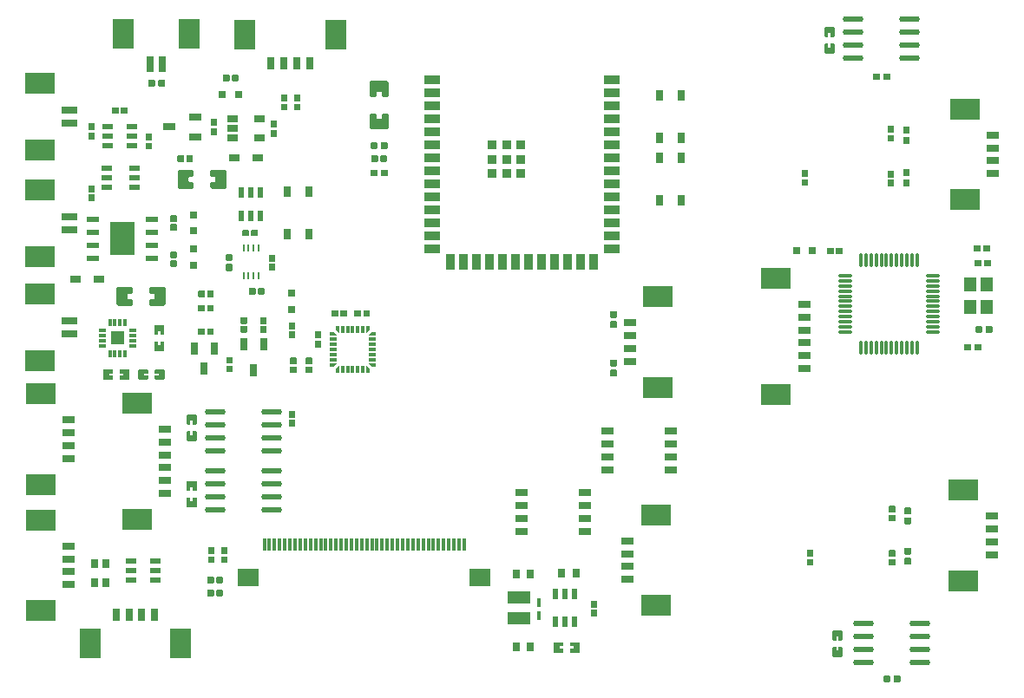
<source format=gtp>
G04 Layer: TopPasteMaskLayer*
G04 EasyEDA Pro v1.9.29, 2023-05-19 09:05:19*
G04 Gerber Generator version 0.3*
G04 Scale: 100 percent, Rotated: No, Reflected: No*
G04 Dimensions in millimeters*
G04 Leading zeros omitted, absolute positions, 3 integers and 3 decimals*
%FSLAX33Y33*%
%MOMM*%
%AMPolygonMacro1*4,1,4,0.15,-0.350012,-0.15,-0.350012,-0.15,0.350012,0.15,0.350012,0.15,-0.350012,0*%
%AMPolygonMacro2*4,1,5,0.150012,-0.33749,-0.150012,-0.33749,-0.150012,0.33749,-0.100025,0.33749,0.150012,0.087478,0.150012,-0.33749,0*%
%AMPolygonMacro3*4,1,5,-0.337528,0.100025,-0.337528,0.150012,0.337528,0.150012,0.337528,-0.150012,-0.087516,-0.150012,-0.337528,0.100025,0*%
%AMPolygonMacro4*4,1,5,-0.100013,-0.337528,-0.150025,-0.337528,-0.150025,0.337528,0.15,0.337528,0.150025,-0.087516,-0.100013,-0.337528,0*%
%AMPolygonMacro5*4,1,5,0.33749,-0.150012,-0.33749,-0.149987,-0.33749,-0.100025,-0.087478,0.150012,0.33749,0.150012,0.33749,-0.150012,0*%
%AMPolygonMacro6*4,1,5,-0.337528,0.150012,0.087516,0.150012,0.337528,-0.100025,0.337528,-0.150012,-0.337528,-0.150012,-0.337528,0.150012,0*%
%AMPolygonMacro7*4,1,5,-0.150012,-0.087478,-0.150012,0.33749,0.150012,0.33749,0.150012,-0.33749,0.100025,-0.33749,-0.150012,-0.087478,0*%
%AMPolygonMacro8*4,1,5,-0.150012,0.087516,0.100025,0.337528,0.150012,0.337528,0.150012,-0.337528,-0.150012,-0.337528,-0.150012,0.087516,0*%
%AMPolygonMacro9*4,1,5,-0.33749,0.150012,0.33749,0.150012,0.33749,0.100025,0.087478,-0.150012,-0.33749,-0.150012,-0.33749,0.150012,0*%
%ADD10C,0.0254*%
%ADD11R,1.499997X0.899998*%
%ADD12R,0.899998X1.499997*%
%ADD13R,1.499997X0.899998*%
%ADD14R,0.899998X0.899998*%
%ADD15R,0.299999X1.199998*%
%ADD16R,1.999996X1.799996*%
%ADD17R,0.699999X1.050011*%
%ADD18R,1.15001X1.399997*%
%ADD19R,1.1052X0.699999*%
%ADD20R,1.099998X0.699999*%
%ADD21R,1.099998X0.699999*%
%ADD22R,1.25001X0.699999*%
%ADD23R,0.999998X0.750011*%
%ADD24R,1.199998X0.599999*%
%ADD25R,2.399995X3.299993*%
%ADD26R,0.799998X0.799998*%
%ADD27R,1.072007X0.532003*%
%ADD28R,0.599999X1.099998*%
%ADD29R,2.199996X1.199998*%
%ADD30R,0.359994X0.929996*%
%ADD31R,0.799998X0.899998*%
%ADD32R,0.799998X0.899998*%
%ADD33O,1.499997X0.270002*%
%ADD34O,0.270002X1.499997*%
%ADD35R,1.599997X0.799998*%
%ADD36R,2.999994X1.999996*%
%ADD37R,1.299997X0.799998*%
%ADD38R,2.999994X2.099996*%
%ADD39R,0.799998X1.299997*%
%ADD40R,2.099996X2.999994*%
%ADD41R,0.699999X0.299999*%
%ADD42R,0.299999X0.699999*%
%ADD43R,1.299997X0.799998*%
%ADD44R,2.999994X2.099996*%
%ADD45R,0.532003X0.98999*%
%ADD46R,0.259994X0.699999*%
%ADD47R,0.799998X1.599997*%
%ADD48R,1.999996X2.999994*%
%ADD49R,1.25001X0.762*%
%ADD50R,2.999994X2.099996*%
%ADD51R,1.299997X0.799998*%
%ADD52O,2.035505X0.573989*%
%ADD53R,0.699999X1.050011*%
%ADD54R,0.699999X1.25001*%
%ADD55R,0.699999X1.25001*%
%ADD56R,1.099998X0.599999*%
%ADD57R,0.799998X0.799998*%
%ADD58R,0.999998X0.750011*%
%ADD59R,0.799998X1.299997*%
%ADD60R,2.099996X2.999994*%
%ADD61R,0.799998X0.799998*%
%ADD62R,0.699999X0.899998*%
%ADD63PolygonMacro1*%
%ADD64PolygonMacro2*%
%ADD65PolygonMacro3*%
%ADD66PolygonMacro4*%
%ADD67PolygonMacro5*%
%ADD68PolygonMacro6*%
%ADD69PolygonMacro7*%
%ADD70PolygonMacro8*%
%ADD71PolygonMacro9*%
G75*


G04 PolygonModel Start*
G36*
G01X38352Y-13804D02*
G01X38722Y-13804D01*
G01X38822Y-13904D01*
G01Y-14209D01*
G01X38922Y-14309D01*
G01X39310D01*
G01X39410Y-14209D01*
G01Y-13904D01*
G01X39510Y-13804D01*
G01X39880D01*
G01X39980Y-13904D01*
G01Y-15189D01*
G01X39880Y-15289D01*
G01X38352D01*
G01X38252Y-15189D01*
G01Y-13904D01*
G01X38352Y-13804D01*
G37*
G54D10*
G01X38352Y-13804D02*
G01X38722Y-13804D01*
G01X38822Y-13904D01*
G01Y-14209D01*
G01X38922Y-14309D01*
G01X39310D01*
G01X39410Y-14209D01*
G01Y-13904D01*
G01X39510Y-13804D01*
G01X39880D01*
G01X39980Y-13904D01*
G01Y-15189D01*
G01X39880Y-15289D01*
G01X38352D01*
G01X38252Y-15189D01*
G01Y-13904D01*
G01X38352Y-13804D01*
G36*
G01X38352Y-12104D02*
G01X38722Y-12104D01*
G01X38822Y-12004D01*
G01Y-11699D01*
G01X38922Y-11599D01*
G01X39310D01*
G01X39410Y-11699D01*
G01Y-12004D01*
G01X39510Y-12104D01*
G01X39880D01*
G01X39980Y-12004D01*
G01Y-10719D01*
G01X39880Y-10619D01*
G01X38352D01*
G01X38252Y-10719D01*
G01Y-12004D01*
G01X38352Y-12104D01*
G37*
G01X38352Y-12104D02*
G01X38722Y-12104D01*
G01X38822Y-12004D01*
G01Y-11699D01*
G01X38922Y-11599D01*
G01X39310D01*
G01X39410Y-11699D01*
G01Y-12004D01*
G01X39510Y-12104D01*
G01X39880D01*
G01X39980Y-12004D01*
G01Y-10719D01*
G01X39880Y-10619D01*
G01X38352D01*
G01X38252Y-10719D01*
G01Y-12004D01*
G01X38352Y-12104D01*
G36*
G01X39296Y-17116D02*
G01X39296Y-16666D01*
G01X39366Y-16616D01*
G01X39846D01*
G01X39896Y-16666D01*
G01Y-17116D01*
G01X39846Y-17166D01*
G01X39366D01*
G01X39296Y-17116D01*
G37*
G01X39296Y-17116D02*
G01X39296Y-16666D01*
G01X39366Y-16616D01*
G01X39846D01*
G01X39896Y-16666D01*
G01Y-17116D01*
G01X39846Y-17166D01*
G01X39366D01*
G01X39296Y-17116D01*
G36*
G01X38336Y-17116D02*
G01X38336Y-16666D01*
G01X38386Y-16616D01*
G01X38866D01*
G01X38936Y-16666D01*
G01Y-17116D01*
G01X38866Y-17166D01*
G01X38386D01*
G01X38336Y-17116D01*
G37*
G01X38336Y-17116D02*
G01X38336Y-16666D01*
G01X38386Y-16616D01*
G01X38866D01*
G01X38936Y-16666D01*
G01Y-17116D01*
G01X38866Y-17166D01*
G01X38386D01*
G01X38336Y-17116D01*
G36*
G01X30504Y-38489D02*
G01X30964Y-38489D01*
G01X31004Y-38529D01*
G01Y-39030D01*
G01X30964Y-39070D01*
G01X30504D01*
G01X30464Y-39030D01*
G01Y-38529D01*
G01X30504Y-38489D01*
G37*
G01X30504Y-38489D02*
G01X30964Y-38489D01*
G01X31004Y-38529D01*
G01Y-39030D01*
G01X30964Y-39070D01*
G01X30504D01*
G01X30464Y-39030D01*
G01Y-38529D01*
G01X30504Y-38489D01*
G36*
G01X30504Y-38219D02*
G01X30964Y-38219D01*
G01X31004Y-38179D01*
G01Y-37678D01*
G01X30964Y-37638D01*
G01X30504D01*
G01X30464Y-37678D01*
G01Y-38179D01*
G01X30504Y-38219D01*
G37*
G01X30504Y-38219D02*
G01X30964Y-38219D01*
G01X31004Y-38179D01*
G01Y-37678D01*
G01X30964Y-37638D01*
G01X30504D01*
G01X30464Y-37678D01*
G01Y-38179D01*
G01X30504Y-38219D01*
G36*
G01X38981Y-17931D02*
G01X38981Y-18391D01*
G01X38941Y-18431D01*
G01X38440D01*
G01X38400Y-18391D01*
G01Y-17931D01*
G01X38440Y-17891D01*
G01X38941D01*
G01X38981Y-17931D01*
G37*
G01X38981Y-17931D02*
G01X38981Y-18391D01*
G01X38941Y-18431D01*
G01X38440D01*
G01X38400Y-18391D01*
G01Y-17931D01*
G01X38440Y-17891D01*
G01X38941D01*
G01X38981Y-17931D01*
G36*
G01X39251Y-17931D02*
G01X39251Y-18391D01*
G01X39291Y-18431D01*
G01X39792D01*
G01X39832Y-18391D01*
G01Y-17931D01*
G01X39792Y-17891D01*
G01X39291D01*
G01X39251Y-17931D01*
G37*
G01X39251Y-17931D02*
G01X39251Y-18391D01*
G01X39291Y-18431D01*
G01X39792D01*
G01X39832Y-18391D01*
G01Y-17931D01*
G01X39792Y-17891D01*
G01X39291D01*
G01X39251Y-17931D01*
G36*
G01X38936Y-19333D02*
G01X38936Y-19783D01*
G01X38866Y-19833D01*
G01X38386D01*
G01X38336Y-19783D01*
G01Y-19333D01*
G01X38386Y-19283D01*
G01X38866D01*
G01X38936Y-19333D01*
G37*
G01X38936Y-19333D02*
G01X38936Y-19783D01*
G01X38866Y-19833D01*
G01X38386D01*
G01X38336Y-19783D01*
G01Y-19333D01*
G01X38386Y-19283D01*
G01X38866D01*
G01X38936Y-19333D01*
G36*
G01X39896Y-19333D02*
G01X39896Y-19783D01*
G01X39846Y-19833D01*
G01X39366D01*
G01X39296Y-19783D01*
G01Y-19333D01*
G01X39366Y-19283D01*
G01X39846D01*
G01X39896Y-19333D01*
G37*
G01X39896Y-19333D02*
G01X39896Y-19783D01*
G01X39846Y-19833D01*
G01X39366D01*
G01X39296Y-19783D01*
G01Y-19333D01*
G01X39366Y-19283D01*
G01X39846D01*
G01X39896Y-19333D01*
G36*
G01X30885Y-12835D02*
G01X31345Y-12835D01*
G01X31385Y-12875D01*
G01Y-13376D01*
G01X31345Y-13416D01*
G01X30885D01*
G01X30845Y-13376D01*
G01Y-12875D01*
G01X30885Y-12835D01*
G37*
G01X30885Y-12835D02*
G01X31345Y-12835D01*
G01X31385Y-12875D01*
G01Y-13376D01*
G01X31345Y-13416D01*
G01X30885D01*
G01X30845Y-13376D01*
G01Y-12875D01*
G01X30885Y-12835D01*
G36*
G01X30885Y-12565D02*
G01X31345Y-12565D01*
G01X31385Y-12525D01*
G01Y-12024D01*
G01X31345Y-11984D01*
G01X30885D01*
G01X30845Y-12024D01*
G01Y-12525D01*
G01X30885Y-12565D01*
G37*
G01X30885Y-12565D02*
G01X31345Y-12565D01*
G01X31385Y-12525D01*
G01Y-12024D01*
G01X31345Y-11984D01*
G01X30885D01*
G01X30845Y-12024D01*
G01Y-12525D01*
G01X30885Y-12565D01*
G36*
G01X29615Y-12835D02*
G01X30075Y-12835D01*
G01X30115Y-12875D01*
G01Y-13376D01*
G01X30075Y-13416D01*
G01X29615D01*
G01X29575Y-13376D01*
G01Y-12875D01*
G01X29615Y-12835D01*
G37*
G01X29615Y-12835D02*
G01X30075Y-12835D01*
G01X30115Y-12875D01*
G01Y-13376D01*
G01X30075Y-13416D01*
G01X29615D01*
G01X29575Y-13376D01*
G01Y-12875D01*
G01X29615Y-12835D01*
G36*
G01X29615Y-12565D02*
G01X30075Y-12565D01*
G01X30115Y-12525D01*
G01Y-12024D01*
G01X30075Y-11984D01*
G01X29615D01*
G01X29575Y-12024D01*
G01Y-12525D01*
G01X29615Y-12565D01*
G37*
G01X29615Y-12565D02*
G01X30075Y-12565D01*
G01X30115Y-12525D01*
G01Y-12024D01*
G01X30075Y-11984D01*
G01X29615D01*
G01X29575Y-12024D01*
G01Y-12525D01*
G01X29615Y-12565D01*
G36*
G01X22979Y-59079D02*
G01X22979Y-59539D01*
G01X22939Y-59579D01*
G01X22438D01*
G01X22398Y-59539D01*
G01Y-59079D01*
G01X22438Y-59039D01*
G01X22939D01*
G01X22979Y-59079D01*
G37*
G01X22979Y-59079D02*
G01X22979Y-59539D01*
G01X22939Y-59579D01*
G01X22438D01*
G01X22398Y-59539D01*
G01Y-59079D01*
G01X22438Y-59039D01*
G01X22939D01*
G01X22979Y-59079D01*
G36*
G01X23249Y-59079D02*
G01X23249Y-59539D01*
G01X23289Y-59579D01*
G01X23790D01*
G01X23830Y-59539D01*
G01Y-59079D01*
G01X23790Y-59039D01*
G01X23289D01*
G01X23249Y-59079D01*
G37*
G01X23249Y-59079D02*
G01X23249Y-59539D01*
G01X23289Y-59579D01*
G01X23790D01*
G01X23830Y-59539D01*
G01Y-59079D01*
G01X23790Y-59039D01*
G01X23289D01*
G01X23249Y-59079D01*
G36*
G01X22979Y-60349D02*
G01X22979Y-60809D01*
G01X22939Y-60849D01*
G01X22438D01*
G01X22398Y-60809D01*
G01Y-60349D01*
G01X22438Y-60309D01*
G01X22939D01*
G01X22979Y-60349D01*
G37*
G01X22979Y-60349D02*
G01X22979Y-60809D01*
G01X22939Y-60849D01*
G01X22438D01*
G01X22398Y-60809D01*
G01Y-60349D01*
G01X22438Y-60309D01*
G01X22939D01*
G01X22979Y-60349D01*
G36*
G01X23249Y-60349D02*
G01X23249Y-60809D01*
G01X23289Y-60849D01*
G01X23790D01*
G01X23830Y-60809D01*
G01Y-60349D01*
G01X23790Y-60309D01*
G01X23289D01*
G01X23249Y-60349D01*
G37*
G01X23249Y-60349D02*
G01X23249Y-60809D01*
G01X23289Y-60849D01*
G01X23790D01*
G01X23830Y-60809D01*
G01Y-60349D01*
G01X23790Y-60309D01*
G01X23289D01*
G01X23249Y-60349D01*
G36*
G01X98309Y-35087D02*
G01X98309Y-34637D01*
G01X98379Y-34587D01*
G01X98859D01*
G01X98909Y-34637D01*
G01Y-35087D01*
G01X98859Y-35137D01*
G01X98379D01*
G01X98309Y-35087D01*
G37*
G01X98309Y-35087D02*
G01X98309Y-34637D01*
G01X98379Y-34587D01*
G01X98859D01*
G01X98909Y-34637D01*
G01Y-35087D01*
G01X98859Y-35137D01*
G01X98379D01*
G01X98309Y-35087D01*
G36*
G01X97349Y-35087D02*
G01X97349Y-34637D01*
G01X97399Y-34587D01*
G01X97879D01*
G01X97949Y-34637D01*
G01Y-35087D01*
G01X97879Y-35137D01*
G01X97399D01*
G01X97349Y-35087D01*
G37*
G01X97349Y-35087D02*
G01X97349Y-34637D01*
G01X97399Y-34587D01*
G01X97879D01*
G01X97949Y-34637D01*
G01Y-35087D01*
G01X97879Y-35137D01*
G01X97399D01*
G01X97349Y-35087D01*
G36*
G01X97822Y-28159D02*
G01X97822Y-28609D01*
G01X97752Y-28659D01*
G01X97272D01*
G01X97222Y-28609D01*
G01Y-28159D01*
G01X97272Y-28109D01*
G01X97752D01*
G01X97822Y-28159D01*
G37*
G01X97822Y-28159D02*
G01X97822Y-28609D01*
G01X97752Y-28659D01*
G01X97272D01*
G01X97222Y-28609D01*
G01Y-28159D01*
G01X97272Y-28109D01*
G01X97752D01*
G01X97822Y-28159D01*
G36*
G01X98782Y-28159D02*
G01X98782Y-28609D01*
G01X98732Y-28659D01*
G01X98252D01*
G01X98182Y-28609D01*
G01Y-28159D01*
G01X98252Y-28109D01*
G01X98732D01*
G01X98782Y-28159D01*
G37*
G01X98782Y-28159D02*
G01X98782Y-28609D01*
G01X98732Y-28659D01*
G01X98252D01*
G01X98182Y-28609D01*
G01Y-28159D01*
G01X98252Y-28109D01*
G01X98732D01*
G01X98782Y-28159D01*
G36*
G01X29054Y-15060D02*
G01X28604Y-15060D01*
G01X28554Y-14990D01*
G01Y-14510D01*
G01X28604Y-14460D01*
G01X29054D01*
G01X29104Y-14510D01*
G01Y-14990D01*
G01X29054Y-15060D01*
G37*
G01X29054Y-15060D02*
G01X28604Y-15060D01*
G01X28554Y-14990D01*
G01Y-14510D01*
G01X28604Y-14460D01*
G01X29054D01*
G01X29104Y-14510D01*
G01Y-14990D01*
G01X29054Y-15060D01*
G36*
G01X29054Y-16020D02*
G01X28604Y-16020D01*
G01X28554Y-15970D01*
G01Y-15490D01*
G01X28604Y-15420D01*
G01X29054D01*
G01X29104Y-15490D01*
G01Y-15970D01*
G01X29054Y-16020D01*
G37*
G01X29054Y-16020D02*
G01X28604Y-16020D01*
G01X28554Y-15970D01*
G01Y-15490D01*
G01X28604Y-15420D01*
G01X29054D01*
G01X29104Y-15490D01*
G01Y-15970D01*
G01X29054Y-16020D01*
G36*
G01X23212Y-14896D02*
G01X22762Y-14896D01*
G01X22712Y-14826D01*
G01Y-14346D01*
G01X22762Y-14296D01*
G01X23212D01*
G01X23262Y-14346D01*
G01Y-14826D01*
G01X23212Y-14896D01*
G37*
G01X23212Y-14896D02*
G01X22762Y-14896D01*
G01X22712Y-14826D01*
G01Y-14346D01*
G01X22762Y-14296D01*
G01X23212D01*
G01X23262Y-14346D01*
G01Y-14826D01*
G01X23212Y-14896D01*
G36*
G01X23212Y-15856D02*
G01X22762Y-15856D01*
G01X22712Y-15806D01*
G01Y-15326D01*
G01X22762Y-15256D01*
G01X23212D01*
G01X23262Y-15326D01*
G01Y-15806D01*
G01X23212Y-15856D01*
G37*
G01X23212Y-15856D02*
G01X22762Y-15856D01*
G01X22712Y-15806D01*
G01Y-15326D01*
G01X22762Y-15256D01*
G01X23212D01*
G01X23262Y-15326D01*
G01Y-15806D01*
G01X23212Y-15856D01*
G36*
G01X20058Y-17931D02*
G01X20058Y-18391D01*
G01X20018Y-18431D01*
G01X19517D01*
G01X19477Y-18391D01*
G01Y-17931D01*
G01X19517Y-17891D01*
G01X20018D01*
G01X20058Y-17931D01*
G37*
G01X20058Y-17931D02*
G01X20058Y-18391D01*
G01X20018Y-18431D01*
G01X19517D01*
G01X19477Y-18391D01*
G01Y-17931D01*
G01X19517Y-17891D01*
G01X20018D01*
G01X20058Y-17931D01*
G36*
G01X20328Y-17931D02*
G01X20328Y-18391D01*
G01X20368Y-18431D01*
G01X20869D01*
G01X20909Y-18391D01*
G01Y-17931D01*
G01X20869Y-17891D01*
G01X20368D01*
G01X20328Y-17931D01*
G37*
G01X20328Y-17931D02*
G01X20328Y-18391D01*
G01X20368Y-18431D01*
G01X20869D01*
G01X20909Y-18391D01*
G01Y-17931D01*
G01X20869Y-17891D01*
G01X20368D01*
G01X20328Y-17931D01*
G36*
G01X22694Y-20957D02*
G01X22694Y-20587D01*
G01X22794Y-20487D01*
G01X23099D01*
G01X23199Y-20387D01*
G01Y-19999D01*
G01X23099Y-19899D01*
G01X22794D01*
G01X22694Y-19799D01*
G01Y-19429D01*
G01X22794Y-19329D01*
G01X24079D01*
G01X24179Y-19429D01*
G01Y-20957D01*
G01X24079Y-21057D01*
G01X22794D01*
G01X22694Y-20957D01*
G37*
G01X22694Y-20957D02*
G01X22694Y-20587D01*
G01X22794Y-20487D01*
G01X23099D01*
G01X23199Y-20387D01*
G01Y-19999D01*
G01X23099Y-19899D01*
G01X22794D01*
G01X22694Y-19799D01*
G01Y-19429D01*
G01X22794Y-19329D01*
G01X24079D01*
G01X24179Y-19429D01*
G01Y-20957D01*
G01X24079Y-21057D01*
G01X22794D01*
G01X22694Y-20957D01*
G36*
G01X20994Y-20957D02*
G01X20994Y-20587D01*
G01X20894Y-20487D01*
G01X20589D01*
G01X20489Y-20387D01*
G01Y-19999D01*
G01X20589Y-19899D01*
G01X20894D01*
G01X20994Y-19799D01*
G01Y-19429D01*
G01X20894Y-19329D01*
G01X19609D01*
G01X19509Y-19429D01*
G01Y-20957D01*
G01X19609Y-21057D01*
G01X20894D01*
G01X20994Y-20957D01*
G37*
G01X20994Y-20957D02*
G01X20994Y-20587D01*
G01X20894Y-20487D01*
G01X20589D01*
G01X20489Y-20387D01*
G01Y-19999D01*
G01X20589Y-19899D01*
G01X20894D01*
G01X20994Y-19799D01*
G01Y-19429D01*
G01X20894Y-19329D01*
G01X19609D01*
G01X19509Y-19429D01*
G01Y-20957D01*
G01X19609Y-21057D01*
G01X20894D01*
G01X20994Y-20957D01*
G36*
G01X19280Y-24324D02*
G01X18820Y-24324D01*
G01X18780Y-24284D01*
G01Y-23784D01*
G01X18820Y-23744D01*
G01X19280D01*
G01X19320Y-23784D01*
G01Y-24284D01*
G01X19280Y-24324D01*
G37*
G01X19280Y-24324D02*
G01X18820Y-24324D01*
G01X18780Y-24284D01*
G01Y-23784D01*
G01X18820Y-23744D01*
G01X19280D01*
G01X19320Y-23784D01*
G01Y-24284D01*
G01X19280Y-24324D01*
G36*
G01X19280Y-24594D02*
G01X18820Y-24594D01*
G01X18780Y-24634D01*
G01Y-25135D01*
G01X18820Y-25175D01*
G01X19280D01*
G01X19320Y-25135D01*
G01Y-24634D01*
G01X19280Y-24594D01*
G37*
G01X19280Y-24594D02*
G01X18820Y-24594D01*
G01X18780Y-24634D01*
G01Y-25135D01*
G01X18820Y-25175D01*
G01X19280D01*
G01X19320Y-25135D01*
G01Y-24634D01*
G01X19280Y-24594D01*
G36*
G01X18820Y-28127D02*
G01X19280Y-28127D01*
G01X19320Y-28167D01*
G01Y-28667D01*
G01X19280Y-28707D01*
G01X18820D01*
G01X18780Y-28667D01*
G01Y-28167D01*
G01X18820Y-28127D01*
G37*
G01X18820Y-28127D02*
G01X19280Y-28127D01*
G01X19320Y-28167D01*
G01Y-28667D01*
G01X19280Y-28707D01*
G01X18820D01*
G01X18780Y-28667D01*
G01Y-28167D01*
G01X18820Y-28127D01*
G36*
G01X18820Y-27857D02*
G01X19280Y-27857D01*
G01X19320Y-27817D01*
G01Y-27316D01*
G01X19280Y-27276D01*
G01X18820D01*
G01X18780Y-27316D01*
G01Y-27817D01*
G01X18820Y-27857D01*
G37*
G01X18820Y-27857D02*
G01X19280Y-27857D01*
G01X19320Y-27817D01*
G01Y-27316D01*
G01X19280Y-27276D01*
G01X18820D01*
G01X18780Y-27316D01*
G01Y-27817D01*
G01X18820Y-27857D01*
G36*
G01X23773Y-57031D02*
G01X24233Y-57031D01*
G01X24273Y-57071D01*
G01Y-57572D01*
G01X24233Y-57612D01*
G01X23773D01*
G01X23733Y-57572D01*
G01Y-57071D01*
G01X23773Y-57031D01*
G37*
G01X23773Y-57031D02*
G01X24233Y-57031D01*
G01X24273Y-57071D01*
G01Y-57572D01*
G01X24233Y-57612D01*
G01X23773D01*
G01X23733Y-57572D01*
G01Y-57071D01*
G01X23773Y-57031D01*
G36*
G01X23773Y-56761D02*
G01X24233Y-56761D01*
G01X24273Y-56721D01*
G01Y-56220D01*
G01X24233Y-56180D01*
G01X23773D01*
G01X23733Y-56220D01*
G01Y-56721D01*
G01X23773Y-56761D01*
G37*
G01X23773Y-56761D02*
G01X24233Y-56761D01*
G01X24273Y-56721D01*
G01Y-56220D01*
G01X24233Y-56180D01*
G01X23773D01*
G01X23733Y-56220D01*
G01Y-56721D01*
G01X23773Y-56761D01*
G36*
G01X22503Y-57031D02*
G01X22963Y-57031D01*
G01X23003Y-57071D01*
G01Y-57572D01*
G01X22963Y-57612D01*
G01X22503D01*
G01X22463Y-57572D01*
G01Y-57071D01*
G01X22503Y-57031D01*
G37*
G01X22503Y-57031D02*
G01X22963Y-57031D01*
G01X23003Y-57071D01*
G01Y-57572D01*
G01X22963Y-57612D01*
G01X22503D01*
G01X22463Y-57572D01*
G01Y-57071D01*
G01X22503Y-57031D01*
G36*
G01X22503Y-56761D02*
G01X22963Y-56761D01*
G01X23003Y-56721D01*
G01Y-56220D01*
G01X22963Y-56180D01*
G01X22503D01*
G01X22463Y-56220D01*
G01Y-56721D01*
G01X22503Y-56761D01*
G37*
G01X22503Y-56761D02*
G01X22963Y-56761D01*
G01X23003Y-56721D01*
G01Y-56220D01*
G01X22963Y-56180D01*
G01X22503D01*
G01X22463Y-56220D01*
G01Y-56721D01*
G01X22503Y-56761D01*
G36*
G01X32488Y-38219D02*
G01X32028Y-38219D01*
G01X31988Y-38179D01*
G01Y-37678D01*
G01X32028Y-37638D01*
G01X32488D01*
G01X32528Y-37678D01*
G01Y-38179D01*
G01X32488Y-38219D01*
G37*
G01X32488Y-38219D02*
G01X32028Y-38219D01*
G01X31988Y-38179D01*
G01Y-37678D01*
G01X32028Y-37638D01*
G01X32488D01*
G01X32528Y-37678D01*
G01Y-38179D01*
G01X32488Y-38219D01*
G36*
G01X32488Y-38489D02*
G01X32028Y-38489D01*
G01X31988Y-38529D01*
G01Y-39030D01*
G01X32028Y-39070D01*
G01X32488D01*
G01X32528Y-39030D01*
G01Y-38529D01*
G01X32488Y-38489D01*
G37*
G01X32488Y-38489D02*
G01X32028Y-38489D01*
G01X31988Y-38529D01*
G01Y-39030D01*
G01X32028Y-39070D01*
G01X32488D01*
G01X32528Y-39030D01*
G01Y-38529D01*
G01X32488Y-38489D01*
G36*
G01X35119Y-33044D02*
G01X35119Y-33504D01*
G01X35079Y-33544D01*
G01X34579D01*
G01X34539Y-33504D01*
G01Y-33044D01*
G01X34579Y-33004D01*
G01X35079D01*
G01X35119Y-33044D01*
G37*
G01X35119Y-33044D02*
G01X35119Y-33504D01*
G01X35079Y-33544D01*
G01X34579D01*
G01X34539Y-33504D01*
G01Y-33044D01*
G01X34579Y-33004D01*
G01X35079D01*
G01X35119Y-33044D01*
G36*
G01X35389Y-33044D02*
G01X35389Y-33504D01*
G01X35429Y-33544D01*
G01X35930D01*
G01X35970Y-33504D01*
G01Y-33044D01*
G01X35930Y-33004D01*
G01X35429D01*
G01X35389Y-33044D01*
G37*
G01X35389Y-33044D02*
G01X35389Y-33504D01*
G01X35429Y-33544D01*
G01X35930D01*
G01X35970Y-33504D01*
G01Y-33044D01*
G01X35930Y-33004D01*
G01X35429D01*
G01X35389Y-33044D01*
G36*
G01X37600Y-33504D02*
G01X37600Y-33044D01*
G01X37640Y-33004D01*
G01X38141D01*
G01X38181Y-33044D01*
G01Y-33504D01*
G01X38141Y-33544D01*
G01X37640D01*
G01X37600Y-33504D01*
G37*
G01X37600Y-33504D02*
G01X37600Y-33044D01*
G01X37640Y-33004D01*
G01X38141D01*
G01X38181Y-33044D01*
G01Y-33504D01*
G01X38141Y-33544D01*
G01X37640D01*
G01X37600Y-33504D01*
G36*
G01X37330Y-33504D02*
G01X37330Y-33044D01*
G01X37290Y-33004D01*
G01X36789D01*
G01X36749Y-33044D01*
G01Y-33504D01*
G01X36789Y-33544D01*
G01X37290D01*
G01X37330Y-33504D01*
G37*
G01X37330Y-33504D02*
G01X37330Y-33044D01*
G01X37290Y-33004D01*
G01X36789D01*
G01X36749Y-33044D01*
G01Y-33504D01*
G01X36789Y-33544D01*
G01X37290D01*
G01X37330Y-33504D01*
G36*
G01X59841Y-62238D02*
G01X60301Y-62238D01*
G01X60341Y-62278D01*
G01Y-62779D01*
G01X60301Y-62819D01*
G01X59841D01*
G01X59801Y-62779D01*
G01Y-62278D01*
G01X59841Y-62238D01*
G37*
G01X59841Y-62238D02*
G01X60301Y-62238D01*
G01X60341Y-62278D01*
G01Y-62779D01*
G01X60301Y-62819D01*
G01X59841D01*
G01X59801Y-62779D01*
G01Y-62278D01*
G01X59841Y-62238D01*
G36*
G01X59841Y-61968D02*
G01X60301Y-61968D01*
G01X60341Y-61928D01*
G01Y-61427D01*
G01X60301Y-61387D01*
G01X59841D01*
G01X59801Y-61427D01*
G01Y-61928D01*
G01X59841Y-61968D01*
G37*
G01X59841Y-61968D02*
G01X60301Y-61968D01*
G01X60341Y-61928D01*
G01Y-61427D01*
G01X60301Y-61387D01*
G01X59841D01*
G01X59801Y-61427D01*
G01Y-61928D01*
G01X59841Y-61968D01*
G36*
G01X58608Y-65463D02*
G01X57808Y-65463D01*
G01X57758Y-65513D01*
G01Y-65741D01*
G01X58128D01*
G01Y-66071D01*
G01X57758D01*
G01Y-66313D01*
G01X57808Y-66363D01*
G01X58608D01*
G01X58658Y-66313D01*
G01Y-65513D01*
G01X58608Y-65463D01*
G37*
G01X58608Y-65463D02*
G01X57808Y-65463D01*
G01X57758Y-65513D01*
G01Y-65741D01*
G01X58128D01*
G01Y-66071D01*
G01X57758D01*
G01Y-66313D01*
G01X57808Y-66363D01*
G01X58608D01*
G01X58658Y-66313D01*
G01Y-65513D01*
G01X58608Y-65463D01*
G36*
G01X57058Y-65513D02*
G01X57058Y-65741D01*
G01X56678D01*
G01Y-66071D01*
G01X57058D01*
G01Y-66313D01*
G01X57008Y-66363D01*
G01X56218D01*
G01X56168Y-66313D01*
G01Y-65513D01*
G01X56218Y-65463D01*
G01X57008D01*
G01X57058Y-65513D01*
G37*
G01X57058Y-65513D02*
G01X57058Y-65741D01*
G01X56678D01*
G01Y-66071D01*
G01X57058D01*
G01Y-66313D01*
G01X57008Y-66363D01*
G01X56218D01*
G01X56168Y-66313D01*
G01Y-65513D01*
G01X56218Y-65463D01*
G01X57008D01*
G01X57058Y-65513D01*
G36*
G01X14189Y-36287D02*
G01X12989Y-36287D01*
G01Y-35087D01*
G01X14189D01*
G01Y-36287D01*
G37*
G01X14189Y-36287D02*
G01X12989Y-36287D01*
G01Y-35087D01*
G01X14189D01*
G01Y-36287D01*
G36*
G01X15389Y-36310D02*
G01X15389Y-36560D01*
G01X14789D01*
G01Y-36310D01*
G01X15389D01*
G37*
G01X15389Y-36310D02*
G01X15389Y-36560D01*
G01X14789D01*
G01Y-36310D01*
G01X15389D01*
G36*
G01X15389Y-35810D02*
G01X15389Y-36060D01*
G01X14789D01*
G01Y-35810D01*
G01X15389D01*
G37*
G01X15389Y-35810D02*
G01X15389Y-36060D01*
G01X14789D01*
G01Y-35810D01*
G01X15389D01*
G36*
G01X15389Y-35310D02*
G01X15389Y-35560D01*
G01X14789D01*
G01Y-35310D01*
G01X15389D01*
G37*
G01X15389Y-35310D02*
G01X15389Y-35560D01*
G01X14789D01*
G01Y-35310D01*
G01X15389D01*
G36*
G01X15389Y-34810D02*
G01X15389Y-35060D01*
G01X14789D01*
G01Y-34810D01*
G01X15389D01*
G37*
G01X15389Y-34810D02*
G01X15389Y-35060D01*
G01X14789D01*
G01Y-34810D01*
G01X15389D01*
G36*
G01X14212Y-33887D02*
G01X14462Y-33887D01*
G01Y-34487D01*
G01X14212D01*
G01Y-33887D01*
G37*
G01X14212Y-33887D02*
G01X14462Y-33887D01*
G01Y-34487D01*
G01X14212D01*
G01Y-33887D01*
G36*
G01X13712Y-33887D02*
G01X13962Y-33887D01*
G01Y-34487D01*
G01X13712D01*
G01Y-33887D01*
G37*
G01X13712Y-33887D02*
G01X13962Y-33887D01*
G01Y-34487D01*
G01X13712D01*
G01Y-33887D01*
G36*
G01X13212Y-33887D02*
G01X13462Y-33887D01*
G01Y-34487D01*
G01X13212D01*
G01Y-33887D01*
G37*
G01X13212Y-33887D02*
G01X13462Y-33887D01*
G01Y-34487D01*
G01X13212D01*
G01Y-33887D01*
G36*
G01X12712Y-33887D02*
G01X12962Y-33887D01*
G01Y-34487D01*
G01X12712D01*
G01Y-33887D01*
G37*
G01X12712Y-33887D02*
G01X12962Y-33887D01*
G01Y-34487D01*
G01X12712D01*
G01Y-33887D01*
G36*
G01X11789Y-35062D02*
G01X11789Y-34812D01*
G01X12389D01*
G01Y-35062D01*
G01X11789D01*
G37*
G01X11789Y-35062D02*
G01X11789Y-34812D01*
G01X12389D01*
G01Y-35062D01*
G01X11789D01*
G36*
G01X11789Y-35562D02*
G01X11789Y-35312D01*
G01X12389D01*
G01Y-35562D01*
G01X11789D01*
G37*
G01X11789Y-35562D02*
G01X11789Y-35312D01*
G01X12389D01*
G01Y-35562D01*
G01X11789D01*
G36*
G01X11789Y-36062D02*
G01X11789Y-35812D01*
G01X12389D01*
G01Y-36062D01*
G01X11789D01*
G37*
G01X11789Y-36062D02*
G01X11789Y-35812D01*
G01X12389D01*
G01Y-36062D01*
G01X11789D01*
G36*
G01X11789Y-36560D02*
G01X11789Y-36310D01*
G01X12389D01*
G01Y-36560D01*
G01X11789D01*
G37*
G01X11789Y-36560D02*
G01X11789Y-36310D01*
G01X12389D01*
G01Y-36560D01*
G01X11789D01*
G36*
G01X12962Y-37487D02*
G01X12712Y-37487D01*
G01Y-36887D01*
G01X12962D01*
G01Y-37487D01*
G37*
G01X12962Y-37487D02*
G01X12712Y-37487D01*
G01Y-36887D01*
G01X12962D01*
G01Y-37487D01*
G36*
G01X13462Y-37487D02*
G01X13212Y-37487D01*
G01Y-36887D01*
G01X13462D01*
G01Y-37487D01*
G37*
G01X13462Y-37487D02*
G01X13212Y-37487D01*
G01Y-36887D01*
G01X13462D01*
G01Y-37487D01*
G36*
G01X13962Y-37487D02*
G01X13712Y-37487D01*
G01Y-36887D01*
G01X13962D01*
G01Y-37487D01*
G37*
G01X13962Y-37487D02*
G01X13712Y-37487D01*
G01Y-36887D01*
G01X13962D01*
G01Y-37487D01*
G36*
G01X14462Y-37487D02*
G01X14212Y-37487D01*
G01Y-36887D01*
G01X14462D01*
G01Y-37487D01*
G37*
G01X14462Y-37487D02*
G01X14212Y-37487D01*
G01Y-36887D01*
G01X14462D01*
G01Y-37487D01*
G36*
G01X17203Y-34492D02*
G01X17203Y-35292D01*
G01X17253Y-35342D01*
G01X17481D01*
G01Y-34972D01*
G01X17811D01*
G01Y-35342D01*
G01X18053D01*
G01X18103Y-35292D01*
G01Y-34492D01*
G01X18053Y-34442D01*
G01X17253D01*
G01X17203Y-34492D01*
G37*
G01X17203Y-34492D02*
G01X17203Y-35292D01*
G01X17253Y-35342D01*
G01X17481D01*
G01Y-34972D01*
G01X17811D01*
G01Y-35342D01*
G01X18053D01*
G01X18103Y-35292D01*
G01Y-34492D01*
G01X18053Y-34442D01*
G01X17253D01*
G01X17203Y-34492D01*
G36*
G01X17253Y-36042D02*
G01X17481Y-36042D01*
G01Y-36422D01*
G01X17811D01*
G01Y-36042D01*
G01X18053D01*
G01X18103Y-36092D01*
G01Y-36882D01*
G01X18053Y-36932D01*
G01X17253D01*
G01X17203Y-36882D01*
G01Y-36092D01*
G01X17253Y-36042D01*
G37*
G01X17253Y-36042D02*
G01X17481Y-36042D01*
G01Y-36422D01*
G01X17811D01*
G01Y-36042D01*
G01X18053D01*
G01X18103Y-36092D01*
G01Y-36882D01*
G01X18053Y-36932D01*
G01X17253D01*
G01X17203Y-36882D01*
G01Y-36092D01*
G01X17253Y-36042D01*
G36*
G01X15025Y-30859D02*
G01X15025Y-31229D01*
G01X14925Y-31329D01*
G01X14620D01*
G01X14520Y-31429D01*
G01Y-31817D01*
G01X14620Y-31917D01*
G01X14925D01*
G01X15025Y-32017D01*
G01Y-32387D01*
G01X14925Y-32487D01*
G01X13640D01*
G01X13540Y-32387D01*
G01Y-30859D01*
G01X13640Y-30759D01*
G01X14925D01*
G01X15025Y-30859D01*
G37*
G01X15025Y-30859D02*
G01X15025Y-31229D01*
G01X14925Y-31329D01*
G01X14620D01*
G01X14520Y-31429D01*
G01Y-31817D01*
G01X14620Y-31917D01*
G01X14925D01*
G01X15025Y-32017D01*
G01Y-32387D01*
G01X14925Y-32487D01*
G01X13640D01*
G01X13540Y-32387D01*
G01Y-30859D01*
G01X13640Y-30759D01*
G01X14925D01*
G01X15025Y-30859D01*
G36*
G01X16725Y-30859D02*
G01X16725Y-31229D01*
G01X16825Y-31329D01*
G01X17130D01*
G01X17230Y-31429D01*
G01Y-31817D01*
G01X17130Y-31917D01*
G01X16825D01*
G01X16725Y-32017D01*
G01Y-32387D01*
G01X16825Y-32487D01*
G01X18110D01*
G01X18210Y-32387D01*
G01Y-30859D01*
G01X18110Y-30759D01*
G01X16825D01*
G01X16725Y-30859D01*
G37*
G01X16725Y-30859D02*
G01X16725Y-31229D01*
G01X16825Y-31329D01*
G01X17130D01*
G01X17230Y-31429D01*
G01Y-31817D01*
G01X17130Y-31917D01*
G01X16825D01*
G01X16725Y-32017D01*
G01Y-32387D01*
G01X16825Y-32487D01*
G01X18110D01*
G01X18210Y-32387D01*
G01Y-30859D01*
G01X18110Y-30759D01*
G01X16825D01*
G01X16725Y-30859D01*
G36*
G01X15696Y-39693D02*
G01X16496Y-39693D01*
G01X16546Y-39643D01*
G01Y-39415D01*
G01X16176D01*
G01Y-39085D01*
G01X16546D01*
G01Y-38843D01*
G01X16496Y-38793D01*
G01X15696D01*
G01X15646Y-38843D01*
G01Y-39643D01*
G01X15696Y-39693D01*
G37*
G01X15696Y-39693D02*
G01X16496Y-39693D01*
G01X16546Y-39643D01*
G01Y-39415D01*
G01X16176D01*
G01Y-39085D01*
G01X16546D01*
G01Y-38843D01*
G01X16496Y-38793D01*
G01X15696D01*
G01X15646Y-38843D01*
G01Y-39643D01*
G01X15696Y-39693D01*
G36*
G01X17246Y-39643D02*
G01X17246Y-39415D01*
G01X17626D01*
G01Y-39085D01*
G01X17246D01*
G01Y-38843D01*
G01X17296Y-38793D01*
G01X18086D01*
G01X18136Y-38843D01*
G01Y-39643D01*
G01X18086Y-39693D01*
G01X17296D01*
G01X17246Y-39643D01*
G37*
G01X17246Y-39643D02*
G01X17246Y-39415D01*
G01X17626D01*
G01Y-39085D01*
G01X17246D01*
G01Y-38843D01*
G01X17296Y-38793D01*
G01X18086D01*
G01X18136Y-38843D01*
G01Y-39643D01*
G01X18086Y-39693D01*
G01X17296D01*
G01X17246Y-39643D01*
G36*
G01X12267Y-39693D02*
G01X13067Y-39693D01*
G01X13117Y-39643D01*
G01Y-39415D01*
G01X12747D01*
G01Y-39085D01*
G01X13117D01*
G01Y-38843D01*
G01X13067Y-38793D01*
G01X12267D01*
G01X12217Y-38843D01*
G01Y-39643D01*
G01X12267Y-39693D01*
G37*
G01X12267Y-39693D02*
G01X13067Y-39693D01*
G01X13117Y-39643D01*
G01Y-39415D01*
G01X12747D01*
G01Y-39085D01*
G01X13117D01*
G01Y-38843D01*
G01X13067Y-38793D01*
G01X12267D01*
G01X12217Y-38843D01*
G01Y-39643D01*
G01X12267Y-39693D01*
G36*
G01X13817Y-39643D02*
G01X13817Y-39415D01*
G01X14197D01*
G01Y-39085D01*
G01X13817D01*
G01Y-38843D01*
G01X13867Y-38793D01*
G01X14657D01*
G01X14707Y-38843D01*
G01Y-39643D01*
G01X14657Y-39693D01*
G01X13867D01*
G01X13817Y-39643D01*
G37*
G01X13817Y-39643D02*
G01X13817Y-39415D01*
G01X14197D01*
G01Y-39085D01*
G01X13817D01*
G01Y-38843D01*
G01X13867Y-38793D01*
G01X14657D01*
G01X14707Y-38843D01*
G01Y-39643D01*
G01X14657Y-39693D01*
G01X13867D01*
G01X13817Y-39643D01*
G36*
G01X17219Y-10570D02*
G01X17219Y-11020D01*
G01X17149Y-11070D01*
G01X16669D01*
G01X16619Y-11020D01*
G01Y-10570D01*
G01X16669Y-10520D01*
G01X17149D01*
G01X17219Y-10570D01*
G37*
G01X17219Y-10570D02*
G01X17219Y-11020D01*
G01X17149Y-11070D01*
G01X16669D01*
G01X16619Y-11020D01*
G01Y-10570D01*
G01X16669Y-10520D01*
G01X17149D01*
G01X17219Y-10570D01*
G36*
G01X18179Y-10570D02*
G01X18179Y-11020D01*
G01X18129Y-11070D01*
G01X17649D01*
G01X17579Y-11020D01*
G01Y-10570D01*
G01X17649Y-10520D01*
G01X18129D01*
G01X18179Y-10570D01*
G37*
G01X18179Y-10570D02*
G01X18179Y-11020D01*
G01X18129Y-11070D01*
G01X17649D01*
G01X17579Y-11020D01*
G01Y-10570D01*
G01X17649Y-10520D01*
G01X18129D01*
G01X18179Y-10570D01*
G36*
G01X28439Y-28489D02*
G01X28899Y-28489D01*
G01X28939Y-28529D01*
G01Y-29030D01*
G01X28899Y-29070D01*
G01X28439D01*
G01X28399Y-29030D01*
G01Y-28529D01*
G01X28439Y-28489D01*
G37*
G01X28439Y-28489D02*
G01X28899Y-28489D01*
G01X28939Y-28529D01*
G01Y-29030D01*
G01X28899Y-29070D01*
G01X28439D01*
G01X28399Y-29030D01*
G01Y-28529D01*
G01X28439Y-28489D01*
G36*
G01X28439Y-28219D02*
G01X28899Y-28219D01*
G01X28939Y-28179D01*
G01Y-27679D01*
G01X28899Y-27639D01*
G01X28439D01*
G01X28399Y-27679D01*
G01Y-28179D01*
G01X28439Y-28219D01*
G37*
G01X28439Y-28219D02*
G01X28899Y-28219D01*
G01X28939Y-28179D01*
G01Y-27679D01*
G01X28899Y-27639D01*
G01X28439D01*
G01X28399Y-27679D01*
G01Y-28179D01*
G01X28439Y-28219D01*
G36*
G01X24253Y-28497D02*
G01X24703Y-28497D01*
G01X24753Y-28567D01*
G01Y-29047D01*
G01X24703Y-29097D01*
G01X24253D01*
G01X24203Y-29047D01*
G01Y-28567D01*
G01X24253Y-28497D01*
G37*
G01X24253Y-28497D02*
G01X24703Y-28497D01*
G01X24753Y-28567D01*
G01Y-29047D01*
G01X24703Y-29097D01*
G01X24253D01*
G01X24203Y-29047D01*
G01Y-28567D01*
G01X24253Y-28497D01*
G36*
G01X24253Y-27537D02*
G01X24703Y-27537D01*
G01X24753Y-27587D01*
G01Y-28067D01*
G01X24703Y-28137D01*
G01X24253D01*
G01X24203Y-28067D01*
G01Y-27587D01*
G01X24253Y-27537D01*
G37*
G01X24253Y-27537D02*
G01X24703Y-27537D01*
G01X24753Y-27587D01*
G01Y-28067D01*
G01X24703Y-28137D01*
G01X24253D01*
G01X24203Y-28067D01*
G01Y-27587D01*
G01X24253Y-27537D01*
G36*
G01X26645Y-25663D02*
G01X26645Y-25203D01*
G01X26685Y-25163D01*
G01X27185D01*
G01X27225Y-25203D01*
G01Y-25663D01*
G01X27185Y-25703D01*
G01X26685D01*
G01X26645Y-25663D01*
G37*
G01X26645Y-25663D02*
G01X26645Y-25203D01*
G01X26685Y-25163D01*
G01X27185D01*
G01X27225Y-25203D01*
G01Y-25663D01*
G01X27185Y-25703D01*
G01X26685D01*
G01X26645Y-25663D01*
G36*
G01X26375Y-25663D02*
G01X26375Y-25203D01*
G01X26335Y-25163D01*
G01X25834D01*
G01X25794Y-25203D01*
G01Y-25663D01*
G01X25834Y-25703D01*
G01X26335D01*
G01X26375Y-25663D01*
G37*
G01X26375Y-25663D02*
G01X26375Y-25203D01*
G01X26335Y-25163D01*
G01X25834D01*
G01X25794Y-25203D01*
G01Y-25663D01*
G01X25834Y-25703D01*
G01X26335D01*
G01X26375Y-25663D01*
G36*
G01X27313Y-31345D02*
G01X27313Y-30885D01*
G01X27353Y-30845D01*
G01X27854D01*
G01X27894Y-30885D01*
G01Y-31345D01*
G01X27854Y-31385D01*
G01X27353D01*
G01X27313Y-31345D01*
G37*
G01X27313Y-31345D02*
G01X27313Y-30885D01*
G01X27353Y-30845D01*
G01X27854D01*
G01X27894Y-30885D01*
G01Y-31345D01*
G01X27854Y-31385D01*
G01X27353D01*
G01X27313Y-31345D01*
G36*
G01X27043Y-31345D02*
G01X27043Y-30885D01*
G01X27003Y-30845D01*
G01X26502D01*
G01X26462Y-30885D01*
G01Y-31345D01*
G01X26502Y-31385D01*
G01X27003D01*
G01X27043Y-31345D01*
G37*
G01X27043Y-31345D02*
G01X27043Y-30885D01*
G01X27003Y-30845D01*
G01X26502D01*
G01X26462Y-30885D01*
G01Y-31345D01*
G01X26502Y-31385D01*
G01X27003D01*
G01X27043Y-31345D01*
G36*
G01X62201Y-33692D02*
G01X61751Y-33692D01*
G01X61701Y-33622D01*
G01Y-33142D01*
G01X61751Y-33092D01*
G01X62201D01*
G01X62251Y-33142D01*
G01Y-33622D01*
G01X62201Y-33692D01*
G37*
G01X62201Y-33692D02*
G01X61751Y-33692D01*
G01X61701Y-33622D01*
G01Y-33142D01*
G01X61751Y-33092D01*
G01X62201D01*
G01X62251Y-33142D01*
G01Y-33622D01*
G01X62201Y-33692D01*
G36*
G01X62201Y-34652D02*
G01X61751Y-34652D01*
G01X61701Y-34602D01*
G01Y-34122D01*
G01X61751Y-34052D01*
G01X62201D01*
G01X62251Y-34122D01*
G01Y-34602D01*
G01X62201Y-34652D01*
G37*
G01X62201Y-34652D02*
G01X61751Y-34652D01*
G01X61701Y-34602D01*
G01Y-34122D01*
G01X61751Y-34052D01*
G01X62201D01*
G01X62251Y-34122D01*
G01Y-34602D01*
G01X62201Y-34652D01*
G36*
G01X61751Y-38788D02*
G01X62201Y-38788D01*
G01X62251Y-38858D01*
G01Y-39338D01*
G01X62201Y-39388D01*
G01X61751D01*
G01X61701Y-39338D01*
G01Y-38858D01*
G01X61751Y-38788D01*
G37*
G01X61751Y-38788D02*
G01X62201Y-38788D01*
G01X62251Y-38858D01*
G01Y-39338D01*
G01X62201Y-39388D01*
G01X61751D01*
G01X61701Y-39338D01*
G01Y-38858D01*
G01X61751Y-38788D01*
G36*
G01X61751Y-37828D02*
G01X62201Y-37828D01*
G01X62251Y-37878D01*
G01Y-38358D01*
G01X62201Y-38428D01*
G01X61751D01*
G01X61701Y-38358D01*
G01Y-37878D01*
G01X61751Y-37828D01*
G37*
G01X61751Y-37828D02*
G01X62201Y-37828D01*
G01X62251Y-37878D01*
G01Y-38358D01*
G01X62201Y-38428D01*
G01X61751D01*
G01X61701Y-38358D01*
G01Y-37878D01*
G01X61751Y-37828D01*
G36*
G01X20378Y-43255D02*
G01X20378Y-44055D01*
G01X20428Y-44105D01*
G01X20656D01*
G01Y-43735D01*
G01X20986D01*
G01Y-44105D01*
G01X21228D01*
G01X21278Y-44055D01*
G01Y-43255D01*
G01X21228Y-43205D01*
G01X20428D01*
G01X20378Y-43255D01*
G37*
G01X20378Y-43255D02*
G01X20378Y-44055D01*
G01X20428Y-44105D01*
G01X20656D01*
G01Y-43735D01*
G01X20986D01*
G01Y-44105D01*
G01X21228D01*
G01X21278Y-44055D01*
G01Y-43255D01*
G01X21228Y-43205D01*
G01X20428D01*
G01X20378Y-43255D01*
G36*
G01X20428Y-44805D02*
G01X20656Y-44805D01*
G01Y-45185D01*
G01X20986D01*
G01Y-44805D01*
G01X21228D01*
G01X21278Y-44855D01*
G01Y-45645D01*
G01X21228Y-45695D01*
G01X20428D01*
G01X20378Y-45645D01*
G01Y-44855D01*
G01X20428Y-44805D01*
G37*
G01X20428Y-44805D02*
G01X20656Y-44805D01*
G01Y-45185D01*
G01X20986D01*
G01Y-44805D01*
G01X21228D01*
G01X21278Y-44855D01*
G01Y-45645D01*
G01X21228Y-45695D01*
G01X20428D01*
G01X20378Y-45645D01*
G01Y-44855D01*
G01X20428Y-44805D01*
G36*
G01X21267Y-52133D02*
G01X21267Y-51333D01*
G01X21217Y-51283D01*
G01X20989D01*
G01Y-51653D01*
G01X20659D01*
G01Y-51283D01*
G01X20417D01*
G01X20367Y-51333D01*
G01Y-52133D01*
G01X20417Y-52183D01*
G01X21217D01*
G01X21267Y-52133D01*
G37*
G01X21267Y-52133D02*
G01X21267Y-51333D01*
G01X21217Y-51283D01*
G01X20989D01*
G01Y-51653D01*
G01X20659D01*
G01Y-51283D01*
G01X20417D01*
G01X20367Y-51333D01*
G01Y-52133D01*
G01X20417Y-52183D01*
G01X21217D01*
G01X21267Y-52133D01*
G36*
G01X21217Y-50583D02*
G01X20989Y-50583D01*
G01Y-50203D01*
G01X20659D01*
G01Y-50583D01*
G01X20417D01*
G01X20367Y-50533D01*
G01Y-49743D01*
G01X20417Y-49693D01*
G01X21217D01*
G01X21267Y-49743D01*
G01Y-50533D01*
G01X21217Y-50583D01*
G37*
G01X21217Y-50583D02*
G01X20989Y-50583D01*
G01Y-50203D01*
G01X20659D01*
G01Y-50583D01*
G01X20417D01*
G01X20367Y-50533D01*
G01Y-49743D01*
G01X20417Y-49693D01*
G01X21217D01*
G01X21267Y-49743D01*
G01Y-50533D01*
G01X21217Y-50583D01*
G36*
G01X27583Y-34552D02*
G01X28043Y-34552D01*
G01X28083Y-34592D01*
G01Y-35093D01*
G01X28043Y-35133D01*
G01X27583D01*
G01X27543Y-35093D01*
G01Y-34592D01*
G01X27583Y-34552D01*
G37*
G01X27583Y-34552D02*
G01X28043Y-34552D01*
G01X28083Y-34592D01*
G01Y-35093D01*
G01X28043Y-35133D01*
G01X27583D01*
G01X27543Y-35093D01*
G01Y-34592D01*
G01X27583Y-34552D01*
G36*
G01X27583Y-34282D02*
G01X28043Y-34282D01*
G01X28083Y-34242D01*
G01Y-33741D01*
G01X28043Y-33701D01*
G01X27583D01*
G01X27543Y-33741D01*
G01Y-34242D01*
G01X27583Y-34282D01*
G37*
G01X27583Y-34282D02*
G01X28043Y-34282D01*
G01X28083Y-34242D01*
G01Y-33741D01*
G01X28043Y-33701D01*
G01X27583D01*
G01X27543Y-33741D01*
G01Y-34242D01*
G01X27583Y-34282D01*
G36*
G01X24281Y-38414D02*
G01X24741Y-38414D01*
G01X24781Y-38454D01*
G01Y-38954D01*
G01X24741Y-38994D01*
G01X24281D01*
G01X24241Y-38954D01*
G01Y-38454D01*
G01X24281Y-38414D01*
G37*
G01X24281Y-38414D02*
G01X24741Y-38414D01*
G01X24781Y-38454D01*
G01Y-38954D01*
G01X24741Y-38994D01*
G01X24281D01*
G01X24241Y-38954D01*
G01Y-38454D01*
G01X24281Y-38414D01*
G36*
G01X24281Y-38144D02*
G01X24741Y-38144D01*
G01X24781Y-38104D01*
G01Y-37603D01*
G01X24741Y-37563D01*
G01X24281D01*
G01X24241Y-37603D01*
G01Y-38104D01*
G01X24281Y-38144D01*
G37*
G01X24281Y-38144D02*
G01X24741Y-38144D01*
G01X24781Y-38104D01*
G01Y-37603D01*
G01X24741Y-37563D01*
G01X24281D01*
G01X24241Y-37603D01*
G01Y-38104D01*
G01X24281Y-38144D01*
G36*
G01X22090Y-34822D02*
G01X22090Y-35282D01*
G01X22050Y-35322D01*
G01X21549D01*
G01X21509Y-35282D01*
G01Y-34822D01*
G01X21549Y-34782D01*
G01X22050D01*
G01X22090Y-34822D01*
G37*
G01X22090Y-34822D02*
G01X22090Y-35282D01*
G01X22050Y-35322D01*
G01X21549D01*
G01X21509Y-35282D01*
G01Y-34822D01*
G01X21549Y-34782D01*
G01X22050D01*
G01X22090Y-34822D01*
G36*
G01X22360Y-34822D02*
G01X22360Y-35282D01*
G01X22400Y-35322D01*
G01X22901D01*
G01X22941Y-35282D01*
G01Y-34822D01*
G01X22901Y-34782D01*
G01X22400D01*
G01X22360Y-34822D01*
G37*
G01X22360Y-34822D02*
G01X22360Y-35282D01*
G01X22400Y-35322D01*
G01X22901D01*
G01X22941Y-35282D01*
G01Y-34822D01*
G01X22901Y-34782D01*
G01X22400D01*
G01X22360Y-34822D01*
G36*
G01X25678Y-34552D02*
G01X26138Y-34552D01*
G01X26178Y-34592D01*
G01Y-35093D01*
G01X26138Y-35133D01*
G01X25678D01*
G01X25638Y-35093D01*
G01Y-34592D01*
G01X25678Y-34552D01*
G37*
G01X25678Y-34552D02*
G01X26138Y-34552D01*
G01X26178Y-34592D01*
G01Y-35093D01*
G01X26138Y-35133D01*
G01X25678D01*
G01X25638Y-35093D01*
G01Y-34592D01*
G01X25678Y-34552D01*
G36*
G01X25678Y-34282D02*
G01X26138Y-34282D01*
G01X26178Y-34242D01*
G01Y-33741D01*
G01X26138Y-33701D01*
G01X25678D01*
G01X25638Y-33741D01*
G01Y-34242D01*
G01X25678Y-34282D01*
G37*
G01X25678Y-34282D02*
G01X26138Y-34282D01*
G01X26178Y-34242D01*
G01Y-33741D01*
G01X26138Y-33701D01*
G01X25678D01*
G01X25638Y-33741D01*
G01Y-34242D01*
G01X25678Y-34282D01*
G36*
G01X82608Y-5409D02*
G01X82608Y-6209D01*
G01X82658Y-6259D01*
G01X82886D01*
G01Y-5889D01*
G01X83216D01*
G01Y-6259D01*
G01X83458D01*
G01X83508Y-6209D01*
G01Y-5409D01*
G01X83458Y-5359D01*
G01X82658D01*
G01X82608Y-5409D01*
G37*
G01X82608Y-5409D02*
G01X82608Y-6209D01*
G01X82658Y-6259D01*
G01X82886D01*
G01Y-5889D01*
G01X83216D01*
G01Y-6259D01*
G01X83458D01*
G01X83508Y-6209D01*
G01Y-5409D01*
G01X83458Y-5359D01*
G01X82658D01*
G01X82608Y-5409D01*
G36*
G01X82658Y-6959D02*
G01X82886Y-6959D01*
G01Y-7339D01*
G01X83216D01*
G01Y-6959D01*
G01X83458D01*
G01X83508Y-7009D01*
G01Y-7799D01*
G01X83458Y-7849D01*
G01X82658D01*
G01X82608Y-7799D01*
G01Y-7009D01*
G01X82658Y-6959D01*
G37*
G01X82658Y-6959D02*
G01X82886Y-6959D01*
G01Y-7339D01*
G01X83216D01*
G01Y-6959D01*
G01X83458D01*
G01X83508Y-7009D01*
G01Y-7799D01*
G01X83458Y-7849D01*
G01X82658D01*
G01X82608Y-7799D01*
G01Y-7009D01*
G01X82658Y-6959D01*
G36*
G01X84270Y-66727D02*
G01X84270Y-65927D01*
G01X84220Y-65877D01*
G01X83992D01*
G01Y-66247D01*
G01X83662D01*
G01Y-65877D01*
G01X83420D01*
G01X83370Y-65927D01*
G01Y-66727D01*
G01X83420Y-66777D01*
G01X84220D01*
G01X84270Y-66727D01*
G37*
G01X84270Y-66727D02*
G01X84270Y-65927D01*
G01X84220Y-65877D01*
G01X83992D01*
G01Y-66247D01*
G01X83662D01*
G01Y-65877D01*
G01X83420D01*
G01X83370Y-65927D01*
G01Y-66727D01*
G01X83420Y-66777D01*
G01X84220D01*
G01X84270Y-66727D01*
G36*
G01X84220Y-65177D02*
G01X83992Y-65177D01*
G01Y-64797D01*
G01X83662D01*
G01Y-65177D01*
G01X83420D01*
G01X83370Y-65127D01*
G01Y-64337D01*
G01X83420Y-64287D01*
G01X84220D01*
G01X84270Y-64337D01*
G01Y-65127D01*
G01X84220Y-65177D01*
G37*
G01X84220Y-65177D02*
G01X83992Y-65177D01*
G01Y-64797D01*
G01X83662D01*
G01Y-65177D01*
G01X83420D01*
G01X83370Y-65127D01*
G01Y-64337D01*
G01X83420Y-64287D01*
G01X84220D01*
G01X84270Y-64337D01*
G01Y-65127D01*
G01X84220Y-65177D01*
G36*
G01X33372Y-35634D02*
G01X32922Y-35634D01*
G01X32872Y-35564D01*
G01Y-35084D01*
G01X32922Y-35034D01*
G01X33372D01*
G01X33422Y-35084D01*
G01Y-35564D01*
G01X33372Y-35634D01*
G37*
G01X33372Y-35634D02*
G01X32922Y-35634D01*
G01X32872Y-35564D01*
G01Y-35084D01*
G01X32922Y-35034D01*
G01X33372D01*
G01X33422Y-35084D01*
G01Y-35564D01*
G01X33372Y-35634D01*
G36*
G01X33372Y-36594D02*
G01X32922Y-36594D01*
G01X32872Y-36544D01*
G01Y-36064D01*
G01X32922Y-35994D01*
G01X33372D01*
G01X33422Y-36064D01*
G01Y-36544D01*
G01X33372Y-36594D01*
G37*
G01X33372Y-36594D02*
G01X32922Y-36594D01*
G01X32872Y-36544D01*
G01Y-36064D01*
G01X32922Y-35994D01*
G01X33372D01*
G01X33422Y-36064D01*
G01Y-36544D01*
G01X33372Y-36594D01*
G36*
G01X88318Y-10385D02*
G01X88318Y-9935D01*
G01X88388Y-9885D01*
G01X88868D01*
G01X88918Y-9935D01*
G01Y-10385D01*
G01X88868Y-10435D01*
G01X88388D01*
G01X88318Y-10385D01*
G37*
G01X88318Y-10385D02*
G01X88318Y-9935D01*
G01X88388Y-9885D01*
G01X88868D01*
G01X88918Y-9935D01*
G01Y-10385D01*
G01X88868Y-10435D01*
G01X88388D01*
G01X88318Y-10385D01*
G36*
G01X87358Y-10385D02*
G01X87358Y-9935D01*
G01X87408Y-9885D01*
G01X87888D01*
G01X87958Y-9935D01*
G01Y-10385D01*
G01X87888Y-10435D01*
G01X87408D01*
G01X87358Y-10385D01*
G37*
G01X87358Y-10385D02*
G01X87358Y-9935D01*
G01X87408Y-9885D01*
G01X87888D01*
G01X87958Y-9935D01*
G01Y-10385D01*
G01X87888Y-10435D01*
G01X87408D01*
G01X87358Y-10385D01*
G36*
G01X89334Y-69186D02*
G01X89334Y-68736D01*
G01X89404Y-68686D01*
G01X89884D01*
G01X89934Y-68736D01*
G01Y-69186D01*
G01X89884Y-69236D01*
G01X89404D01*
G01X89334Y-69186D01*
G37*
G01X89334Y-69186D02*
G01X89334Y-68736D01*
G01X89404Y-68686D01*
G01X89884D01*
G01X89934Y-68736D01*
G01Y-69186D01*
G01X89884Y-69236D01*
G01X89404D01*
G01X89334Y-69186D01*
G36*
G01X88374Y-69186D02*
G01X88374Y-68736D01*
G01X88424Y-68686D01*
G01X88904D01*
G01X88974Y-68736D01*
G01Y-69186D01*
G01X88904Y-69236D01*
G01X88424D01*
G01X88374Y-69186D01*
G37*
G01X88374Y-69186D02*
G01X88374Y-68736D01*
G01X88424Y-68686D01*
G01X88904D01*
G01X88974Y-68736D01*
G01Y-69186D01*
G01X88904Y-69236D01*
G01X88424D01*
G01X88374Y-69186D01*
G36*
G01X97208Y-36801D02*
G01X97208Y-36351D01*
G01X97278Y-36301D01*
G01X97758D01*
G01X97808Y-36351D01*
G01Y-36801D01*
G01X97758Y-36851D01*
G01X97278D01*
G01X97208Y-36801D01*
G37*
G01X97208Y-36801D02*
G01X97208Y-36351D01*
G01X97278Y-36301D01*
G01X97758D01*
G01X97808Y-36351D01*
G01Y-36801D01*
G01X97758Y-36851D01*
G01X97278D01*
G01X97208Y-36801D01*
G36*
G01X96248Y-36801D02*
G01X96248Y-36351D01*
G01X96298Y-36301D01*
G01X96778D01*
G01X96848Y-36351D01*
G01Y-36801D01*
G01X96778Y-36851D01*
G01X96298D01*
G01X96248Y-36801D01*
G37*
G01X96248Y-36801D02*
G01X96248Y-36351D01*
G01X96298Y-36301D01*
G01X96778D01*
G01X96848Y-36351D01*
G01Y-36801D01*
G01X96778Y-36851D01*
G01X96298D01*
G01X96248Y-36801D01*
G36*
G01X80875Y-19931D02*
G01X80415Y-19931D01*
G01X80375Y-19891D01*
G01Y-19390D01*
G01X80415Y-19350D01*
G01X80875D01*
G01X80915Y-19390D01*
G01Y-19891D01*
G01X80875Y-19931D01*
G37*
G01X80875Y-19931D02*
G01X80415Y-19931D01*
G01X80375Y-19891D01*
G01Y-19390D01*
G01X80415Y-19350D01*
G01X80875D01*
G01X80915Y-19390D01*
G01Y-19891D01*
G01X80875Y-19931D01*
G36*
G01X80875Y-20201D02*
G01X80415Y-20201D01*
G01X80375Y-20241D01*
G01Y-20742D01*
G01X80415Y-20782D01*
G01X80875D01*
G01X80915Y-20742D01*
G01Y-20241D01*
G01X80875Y-20201D01*
G37*
G01X80875Y-20201D02*
G01X80415Y-20201D01*
G01X80375Y-20241D01*
G01Y-20742D01*
G01X80415Y-20782D01*
G01X80875D01*
G01X80915Y-20742D01*
G01Y-20241D01*
G01X80875Y-20201D01*
G36*
G01X90326Y-16055D02*
G01X90776Y-16055D01*
G01X90826Y-16125D01*
G01Y-16605D01*
G01X90776Y-16655D01*
G01X90326D01*
G01X90276Y-16605D01*
G01Y-16125D01*
G01X90326Y-16055D01*
G37*
G01X90326Y-16055D02*
G01X90776Y-16055D01*
G01X90826Y-16125D01*
G01Y-16605D01*
G01X90776Y-16655D01*
G01X90326D01*
G01X90276Y-16605D01*
G01Y-16125D01*
G01X90326Y-16055D01*
G36*
G01X90326Y-15095D02*
G01X90776Y-15095D01*
G01X90826Y-15145D01*
G01Y-15625D01*
G01X90776Y-15695D01*
G01X90326D01*
G01X90276Y-15625D01*
G01Y-15145D01*
G01X90326Y-15095D01*
G37*
G01X90326Y-15095D02*
G01X90776Y-15095D01*
G01X90826Y-15145D01*
G01Y-15625D01*
G01X90776Y-15695D01*
G01X90326D01*
G01X90276Y-15625D01*
G01Y-15145D01*
G01X90326Y-15095D01*
G36*
G01X88797Y-15883D02*
G01X89257Y-15883D01*
G01X89297Y-15923D01*
G01Y-16424D01*
G01X89257Y-16464D01*
G01X88797D01*
G01X88757Y-16424D01*
G01Y-15923D01*
G01X88797Y-15883D01*
G37*
G01X88797Y-15883D02*
G01X89257Y-15883D01*
G01X89297Y-15923D01*
G01Y-16424D01*
G01X89257Y-16464D01*
G01X88797D01*
G01X88757Y-16424D01*
G01Y-15923D01*
G01X88797Y-15883D01*
G36*
G01X88797Y-15613D02*
G01X89257Y-15613D01*
G01X89297Y-15573D01*
G01Y-15072D01*
G01X89257Y-15032D01*
G01X88797D01*
G01X88757Y-15072D01*
G01Y-15573D01*
G01X88797Y-15613D01*
G37*
G01X88797Y-15613D02*
G01X89257Y-15613D01*
G01X89297Y-15573D01*
G01Y-15072D01*
G01X89257Y-15032D01*
G01X88797D01*
G01X88757Y-15072D01*
G01Y-15573D01*
G01X88797Y-15613D01*
G36*
G01X89257Y-20006D02*
G01X88797Y-20006D01*
G01X88757Y-19966D01*
G01Y-19466D01*
G01X88797Y-19426D01*
G01X89257D01*
G01X89297Y-19466D01*
G01Y-19966D01*
G01X89257Y-20006D01*
G37*
G01X89257Y-20006D02*
G01X88797Y-20006D01*
G01X88757Y-19966D01*
G01Y-19466D01*
G01X88797Y-19426D01*
G01X89257D01*
G01X89297Y-19466D01*
G01Y-19966D01*
G01X89257Y-20006D01*
G36*
G01X89257Y-20276D02*
G01X88797Y-20276D01*
G01X88757Y-20316D01*
G01Y-20817D01*
G01X88797Y-20857D01*
G01X89257D01*
G01X89297Y-20817D01*
G01Y-20316D01*
G01X89257Y-20276D01*
G37*
G01X89257Y-20276D02*
G01X88797Y-20276D01*
G01X88757Y-20316D01*
G01Y-20817D01*
G01X88797Y-20857D01*
G01X89257D01*
G01X89297Y-20817D01*
G01Y-20316D01*
G01X89257Y-20276D01*
G36*
G01X90776Y-19849D02*
G01X90326Y-19849D01*
G01X90276Y-19779D01*
G01Y-19299D01*
G01X90326Y-19249D01*
G01X90776D01*
G01X90826Y-19299D01*
G01Y-19779D01*
G01X90776Y-19849D01*
G37*
G01X90776Y-19849D02*
G01X90326Y-19849D01*
G01X90276Y-19779D01*
G01Y-19299D01*
G01X90326Y-19249D01*
G01X90776D01*
G01X90826Y-19299D01*
G01Y-19779D01*
G01X90776Y-19849D01*
G36*
G01X90776Y-20809D02*
G01X90326Y-20809D01*
G01X90276Y-20759D01*
G01Y-20279D01*
G01X90326Y-20209D01*
G01X90776D01*
G01X90826Y-20279D01*
G01Y-20759D01*
G01X90776Y-20809D01*
G37*
G01X90776Y-20809D02*
G01X90326Y-20809D01*
G01X90276Y-20759D01*
G01Y-20279D01*
G01X90326Y-20209D01*
G01X90776D01*
G01X90826Y-20279D01*
G01Y-20759D01*
G01X90776Y-20809D01*
G36*
G01X81383Y-57015D02*
G01X80923Y-57015D01*
G01X80883Y-56975D01*
G01Y-56474D01*
G01X80923Y-56434D01*
G01X81383D01*
G01X81423Y-56474D01*
G01Y-56975D01*
G01X81383Y-57015D01*
G37*
G01X81383Y-57015D02*
G01X80923Y-57015D01*
G01X80883Y-56975D01*
G01Y-56474D01*
G01X80923Y-56434D01*
G01X81383D01*
G01X81423Y-56474D01*
G01Y-56975D01*
G01X81383Y-57015D01*
G36*
G01X81383Y-57285D02*
G01X80923Y-57285D01*
G01X80883Y-57325D01*
G01Y-57826D01*
G01X80923Y-57866D01*
G01X81383D01*
G01X81423Y-57826D01*
G01Y-57325D01*
G01X81383Y-57285D01*
G37*
G01X81383Y-57285D02*
G01X80923Y-57285D01*
G01X80883Y-57325D01*
G01Y-57826D01*
G01X80923Y-57866D01*
G01X81383D01*
G01X81423Y-57826D01*
G01Y-57325D01*
G01X81383Y-57285D01*
G36*
G01X90453Y-53229D02*
G01X90903Y-53229D01*
G01X90953Y-53299D01*
G01Y-53779D01*
G01X90903Y-53829D01*
G01X90453D01*
G01X90403Y-53779D01*
G01Y-53299D01*
G01X90453Y-53229D01*
G37*
G01X90453Y-53229D02*
G01X90903Y-53229D01*
G01X90953Y-53299D01*
G01Y-53779D01*
G01X90903Y-53829D01*
G01X90453D01*
G01X90403Y-53779D01*
G01Y-53299D01*
G01X90453Y-53229D01*
G36*
G01X90453Y-52269D02*
G01X90903Y-52269D01*
G01X90953Y-52319D01*
G01Y-52799D01*
G01X90903Y-52869D01*
G01X90453D01*
G01X90403Y-52799D01*
G01Y-52319D01*
G01X90453Y-52269D01*
G37*
G01X90453Y-52269D02*
G01X90903Y-52269D01*
G01X90953Y-52319D01*
G01Y-52799D01*
G01X90903Y-52869D01*
G01X90453D01*
G01X90403Y-52799D01*
G01Y-52319D01*
G01X90453Y-52269D01*
G36*
G01X88924Y-52967D02*
G01X89384Y-52967D01*
G01X89424Y-53007D01*
G01Y-53508D01*
G01X89384Y-53548D01*
G01X88924D01*
G01X88884Y-53508D01*
G01Y-53007D01*
G01X88924Y-52967D01*
G37*
G01X88924Y-52967D02*
G01X89384Y-52967D01*
G01X89424Y-53007D01*
G01Y-53508D01*
G01X89384Y-53548D01*
G01X88924D01*
G01X88884Y-53508D01*
G01Y-53007D01*
G01X88924Y-52967D01*
G36*
G01X88924Y-52697D02*
G01X89384Y-52697D01*
G01X89424Y-52657D01*
G01Y-52156D01*
G01X89384Y-52116D01*
G01X88924D01*
G01X88884Y-52156D01*
G01Y-52657D01*
G01X88924Y-52697D01*
G37*
G01X88924Y-52697D02*
G01X89384Y-52697D01*
G01X89424Y-52657D01*
G01Y-52156D01*
G01X89384Y-52116D01*
G01X88924D01*
G01X88884Y-52156D01*
G01Y-52657D01*
G01X88924Y-52697D01*
G36*
G01X89384Y-57015D02*
G01X88924Y-57015D01*
G01X88884Y-56975D01*
G01Y-56474D01*
G01X88924Y-56434D01*
G01X89384D01*
G01X89424Y-56474D01*
G01Y-56975D01*
G01X89384Y-57015D01*
G37*
G01X89384Y-57015D02*
G01X88924Y-57015D01*
G01X88884Y-56975D01*
G01Y-56474D01*
G01X88924Y-56434D01*
G01X89384D01*
G01X89424Y-56474D01*
G01Y-56975D01*
G01X89384Y-57015D01*
G36*
G01X89384Y-57285D02*
G01X88924Y-57285D01*
G01X88884Y-57325D01*
G01Y-57826D01*
G01X88924Y-57866D01*
G01X89384D01*
G01X89424Y-57826D01*
G01Y-57325D01*
G01X89384Y-57285D01*
G37*
G01X89384Y-57285D02*
G01X88924Y-57285D01*
G01X88884Y-57325D01*
G01Y-57826D01*
G01X88924Y-57866D01*
G01X89384D01*
G01X89424Y-57826D01*
G01Y-57325D01*
G01X89384Y-57285D01*
G36*
G01X90903Y-56806D02*
G01X90453Y-56806D01*
G01X90403Y-56736D01*
G01Y-56256D01*
G01X90453Y-56206D01*
G01X90903D01*
G01X90953Y-56256D01*
G01Y-56736D01*
G01X90903Y-56806D01*
G37*
G01X90903Y-56806D02*
G01X90453Y-56806D01*
G01X90403Y-56736D01*
G01Y-56256D01*
G01X90453Y-56206D01*
G01X90903D01*
G01X90953Y-56256D01*
G01Y-56736D01*
G01X90903Y-56806D01*
G36*
G01X90903Y-57766D02*
G01X90453Y-57766D01*
G01X90403Y-57716D01*
G01Y-57236D01*
G01X90453Y-57166D01*
G01X90903D01*
G01X90953Y-57236D01*
G01Y-57716D01*
G01X90903Y-57766D01*
G37*
G01X90903Y-57766D02*
G01X90453Y-57766D01*
G01X90403Y-57716D01*
G01Y-57236D01*
G01X90453Y-57166D01*
G01X90903D01*
G01X90953Y-57236D01*
G01Y-57716D01*
G01X90903Y-57766D01*
G36*
G01X22360Y-31599D02*
G01X22360Y-31139D01*
G01X22400Y-31099D01*
G01X22901D01*
G01X22941Y-31139D01*
G01Y-31599D01*
G01X22901Y-31639D01*
G01X22400D01*
G01X22360Y-31599D01*
G37*
G01X22360Y-31599D02*
G01X22360Y-31139D01*
G01X22400Y-31099D01*
G01X22901D01*
G01X22941Y-31139D01*
G01Y-31599D01*
G01X22901Y-31639D01*
G01X22400D01*
G01X22360Y-31599D01*
G36*
G01X22090Y-31599D02*
G01X22090Y-31139D01*
G01X22050Y-31099D01*
G01X21549D01*
G01X21509Y-31139D01*
G01Y-31599D01*
G01X21549Y-31639D01*
G01X22050D01*
G01X22090Y-31599D01*
G37*
G01X22090Y-31599D02*
G01X22090Y-31139D01*
G01X22050Y-31099D01*
G01X21549D01*
G01X21509Y-31139D01*
G01Y-31599D01*
G01X21549Y-31639D01*
G01X22050D01*
G01X22090Y-31599D01*
G36*
G01X22090Y-32536D02*
G01X22090Y-32996D01*
G01X22050Y-33036D01*
G01X21549D01*
G01X21509Y-32996D01*
G01Y-32536D01*
G01X21549Y-32496D01*
G01X22050D01*
G01X22090Y-32536D01*
G37*
G01X22090Y-32536D02*
G01X22090Y-32996D01*
G01X22050Y-33036D01*
G01X21549D01*
G01X21509Y-32996D01*
G01Y-32536D01*
G01X21549Y-32496D01*
G01X22050D01*
G01X22090Y-32536D01*
G36*
G01X22360Y-32536D02*
G01X22360Y-32996D01*
G01X22400Y-33036D01*
G01X22901D01*
G01X22941Y-32996D01*
G01Y-32536D01*
G01X22901Y-32496D01*
G01X22400D01*
G01X22360Y-32536D01*
G37*
G01X22360Y-32536D02*
G01X22360Y-32996D01*
G01X22400Y-33036D01*
G01X22901D01*
G01X22941Y-32996D01*
G01Y-32536D01*
G01X22901Y-32496D01*
G01X22400D01*
G01X22360Y-32536D01*
G36*
G01X30837Y-43426D02*
G01X30377Y-43426D01*
G01X30337Y-43386D01*
G01Y-42885D01*
G01X30377Y-42845D01*
G01X30837D01*
G01X30877Y-42885D01*
G01Y-43386D01*
G01X30837Y-43426D01*
G37*
G01X30837Y-43426D02*
G01X30377Y-43426D01*
G01X30337Y-43386D01*
G01Y-42885D01*
G01X30377Y-42845D01*
G01X30837D01*
G01X30877Y-42885D01*
G01Y-43386D01*
G01X30837Y-43426D01*
G36*
G01X30837Y-43696D02*
G01X30377Y-43696D01*
G01X30337Y-43736D01*
G01Y-44237D01*
G01X30377Y-44277D01*
G01X30837D01*
G01X30877Y-44237D01*
G01Y-43736D01*
G01X30837Y-43696D01*
G37*
G01X30837Y-43696D02*
G01X30377Y-43696D01*
G01X30337Y-43736D01*
G01Y-44237D01*
G01X30377Y-44277D01*
G01X30837D01*
G01X30877Y-44237D01*
G01Y-43736D01*
G01X30837Y-43696D01*
G36*
G01X10824Y-15674D02*
G01X11274Y-15674D01*
G01X11324Y-15744D01*
G01Y-16224D01*
G01X11274Y-16274D01*
G01X10824D01*
G01X10774Y-16224D01*
G01Y-15744D01*
G01X10824Y-15674D01*
G37*
G01X10824Y-15674D02*
G01X11274Y-15674D01*
G01X11324Y-15744D01*
G01Y-16224D01*
G01X11274Y-16274D01*
G01X10824D01*
G01X10774Y-16224D01*
G01Y-15744D01*
G01X10824Y-15674D01*
G36*
G01X10824Y-14714D02*
G01X11274Y-14714D01*
G01X11324Y-14764D01*
G01Y-15244D01*
G01X11274Y-15314D01*
G01X10824D01*
G01X10774Y-15244D01*
G01Y-14764D01*
G01X10824Y-14714D01*
G37*
G01X10824Y-14714D02*
G01X11274Y-14714D01*
G01X11324Y-14764D01*
G01Y-15244D01*
G01X11274Y-15314D01*
G01X10824D01*
G01X10774Y-15244D01*
G01Y-14764D01*
G01X10824Y-14714D01*
G36*
G01X13656Y-13232D02*
G01X13656Y-13692D01*
G01X13616Y-13732D01*
G01X13116D01*
G01X13076Y-13692D01*
G01Y-13232D01*
G01X13116Y-13192D01*
G01X13616D01*
G01X13656Y-13232D01*
G37*
G01X13656Y-13232D02*
G01X13656Y-13692D01*
G01X13616Y-13732D01*
G01X13116D01*
G01X13076Y-13692D01*
G01Y-13232D01*
G01X13116Y-13192D01*
G01X13616D01*
G01X13656Y-13232D01*
G36*
G01X13926Y-13232D02*
G01X13926Y-13692D01*
G01X13966Y-13732D01*
G01X14467D01*
G01X14507Y-13692D01*
G01Y-13232D01*
G01X14467Y-13192D01*
G01X13966D01*
G01X13926Y-13232D01*
G37*
G01X13926Y-13232D02*
G01X13926Y-13692D01*
G01X13966Y-13732D01*
G01X14467D01*
G01X14507Y-13692D01*
G01Y-13232D01*
G01X14467Y-13192D01*
G01X13966D01*
G01X13926Y-13232D01*
G36*
G01X16867Y-16375D02*
G01X16407Y-16375D01*
G01X16367Y-16335D01*
G01Y-15834D01*
G01X16407Y-15794D01*
G01X16867D01*
G01X16907Y-15834D01*
G01Y-16335D01*
G01X16867Y-16375D01*
G37*
G01X16867Y-16375D02*
G01X16407Y-16375D01*
G01X16367Y-16335D01*
G01Y-15834D01*
G01X16407Y-15794D01*
G01X16867D01*
G01X16907Y-15834D01*
G01Y-16335D01*
G01X16867Y-16375D01*
G36*
G01X16867Y-16645D02*
G01X16407Y-16645D01*
G01X16367Y-16685D01*
G01Y-17186D01*
G01X16407Y-17226D01*
G01X16867D01*
G01X16907Y-17186D01*
G01Y-16685D01*
G01X16867Y-16645D01*
G37*
G01X16867Y-16645D02*
G01X16407Y-16645D01*
G01X16367Y-16685D01*
G01Y-17186D01*
G01X16407Y-17226D01*
G01X16867D01*
G01X16907Y-17186D01*
G01Y-16685D01*
G01X16867Y-16645D01*
G36*
G01X30837Y-34790D02*
G01X30377Y-34790D01*
G01X30337Y-34750D01*
G01Y-34249D01*
G01X30377Y-34209D01*
G01X30837D01*
G01X30877Y-34249D01*
G01Y-34750D01*
G01X30837Y-34790D01*
G37*
G01X30837Y-34790D02*
G01X30377Y-34790D01*
G01X30337Y-34750D01*
G01Y-34249D01*
G01X30377Y-34209D01*
G01X30837D01*
G01X30877Y-34249D01*
G01Y-34750D01*
G01X30837Y-34790D01*
G36*
G01X30837Y-35060D02*
G01X30377Y-35060D01*
G01X30337Y-35100D01*
G01Y-35601D01*
G01X30377Y-35641D01*
G01X30837D01*
G01X30877Y-35601D01*
G01Y-35100D01*
G01X30837Y-35060D01*
G37*
G01X30837Y-35060D02*
G01X30377Y-35060D01*
G01X30337Y-35100D01*
G01Y-35601D01*
G01X30377Y-35641D01*
G01X30837D01*
G01X30877Y-35601D01*
G01Y-35100D01*
G01X30837Y-35060D01*
G36*
G01X83431Y-26948D02*
G01X83431Y-27408D01*
G01X83391Y-27448D01*
G01X82890D01*
G01X82850Y-27408D01*
G01Y-26948D01*
G01X82890Y-26908D01*
G01X83391D01*
G01X83431Y-26948D01*
G37*
G01X83431Y-26948D02*
G01X83431Y-27408D01*
G01X83391Y-27448D01*
G01X82890D01*
G01X82850Y-27408D01*
G01Y-26948D01*
G01X82890Y-26908D01*
G01X83391D01*
G01X83431Y-26948D01*
G36*
G01X83701Y-26948D02*
G01X83701Y-27408D01*
G01X83741Y-27448D01*
G01X84242D01*
G01X84282Y-27408D01*
G01Y-26948D01*
G01X84242Y-26908D01*
G01X83741D01*
G01X83701Y-26948D01*
G37*
G01X83701Y-26948D02*
G01X83701Y-27408D01*
G01X83741Y-27448D01*
G01X84242D01*
G01X84282Y-27408D01*
G01Y-26948D01*
G01X84242Y-26908D01*
G01X83741D01*
G01X83701Y-26948D01*
G36*
G01X98097Y-27149D02*
G01X98097Y-26699D01*
G01X98167Y-26649D01*
G01X98647D01*
G01X98697Y-26699D01*
G01Y-27149D01*
G01X98647Y-27199D01*
G01X98167D01*
G01X98097Y-27149D01*
G37*
G01X98097Y-27149D02*
G01X98097Y-26699D01*
G01X98167Y-26649D01*
G01X98647D01*
G01X98697Y-26699D01*
G01Y-27149D01*
G01X98647Y-27199D01*
G01X98167D01*
G01X98097Y-27149D01*
G36*
G01X97137Y-27149D02*
G01X97137Y-26699D01*
G01X97187Y-26649D01*
G01X97667D01*
G01X97737Y-26699D01*
G01Y-27149D01*
G01X97667Y-27199D01*
G01X97187D01*
G01X97137Y-27149D01*
G37*
G01X97137Y-27149D02*
G01X97137Y-26699D01*
G01X97187Y-26649D01*
G01X97667D01*
G01X97737Y-26699D01*
G01Y-27149D01*
G01X97667Y-27199D01*
G01X97187D01*
G01X97137Y-27149D01*
G36*
G01X10819Y-21673D02*
G01X11279Y-21673D01*
G01X11319Y-21713D01*
G01Y-22214D01*
G01X11279Y-22254D01*
G01X10819D01*
G01X10779Y-22214D01*
G01Y-21713D01*
G01X10819Y-21673D01*
G37*
G01X10819Y-21673D02*
G01X11279Y-21673D01*
G01X11319Y-21713D01*
G01Y-22214D01*
G01X11279Y-22254D01*
G01X10819D01*
G01X10779Y-22214D01*
G01Y-21713D01*
G01X10819Y-21673D01*
G36*
G01X10819Y-21403D02*
G01X11279Y-21403D01*
G01X11319Y-21363D01*
G01Y-20863D01*
G01X11279Y-20823D01*
G01X10819D01*
G01X10779Y-20863D01*
G01Y-21363D01*
G01X10819Y-21403D01*
G37*
G01X10819Y-21403D02*
G01X11279Y-21403D01*
G01X11319Y-21363D01*
G01Y-20863D01*
G01X11279Y-20823D01*
G01X10819D01*
G01X10779Y-20863D01*
G01Y-21363D01*
G01X10819Y-21403D01*
G36*
G01X24503Y-10057D02*
G01X24503Y-10517D01*
G01X24463Y-10557D01*
G01X23962D01*
G01X23922Y-10517D01*
G01Y-10057D01*
G01X23962Y-10017D01*
G01X24463D01*
G01X24503Y-10057D01*
G37*
G01X24503Y-10057D02*
G01X24503Y-10517D01*
G01X24463Y-10557D01*
G01X23962D01*
G01X23922Y-10517D01*
G01Y-10057D01*
G01X23962Y-10017D01*
G01X24463D01*
G01X24503Y-10057D01*
G36*
G01X24773Y-10057D02*
G01X24773Y-10517D01*
G01X24813Y-10557D01*
G01X25314D01*
G01X25354Y-10517D01*
G01Y-10057D01*
G01X25314Y-10017D01*
G01X24813D01*
G01X24773Y-10057D01*
G37*
G01X24773Y-10057D02*
G01X24773Y-10517D01*
G01X24813Y-10557D01*
G01X25314D01*
G01X25354Y-10517D01*
G01Y-10057D01*
G01X25314Y-10017D01*
G01X24813D01*
G01X24773Y-10057D01*
G04 PolygonModel End*

G04 Pad Start*
G54D11*
G01X44336Y-10536D03*
G01X44336Y-11806D03*
G01X44336Y-13076D03*
G01X44336Y-14346D03*
G01X44336Y-15616D03*
G01X44336Y-16886D03*
G01X44336Y-18156D03*
G01X44336Y-19426D03*
G01X44336Y-20696D03*
G01X44336Y-21966D03*
G01X44336Y-23236D03*
G01X44336Y-24506D03*
G01X44336Y-25776D03*
G01X44336Y-27046D03*
G54D12*
G01X46101Y-28326D03*
G01X47371Y-28326D03*
G01X48641Y-28326D03*
G01X49911Y-28326D03*
G01X51181Y-28326D03*
G01X52451Y-28326D03*
G01X53721Y-28326D03*
G01X54991Y-28326D03*
G01X56261Y-28326D03*
G01X57531Y-28326D03*
G01X58801Y-28326D03*
G01X60071Y-28296D03*
G54D13*
G01X61836Y-27046D03*
G01X61836Y-25776D03*
G01X61836Y-24506D03*
G01X61836Y-23236D03*
G01X61836Y-21966D03*
G01X61836Y-20696D03*
G01X61836Y-19426D03*
G01X61836Y-18156D03*
G01X61836Y-16886D03*
G01X61836Y-15616D03*
G01X61836Y-14346D03*
G01X61836Y-13076D03*
G01X61836Y-11806D03*
G01X61836Y-10536D03*
G54D14*
G01X52986Y-19656D03*
G01X51586Y-19656D03*
G01X50186Y-19656D03*
G01X50186Y-16856D03*
G01X51586Y-16856D03*
G01X52986Y-16856D03*
G01X52986Y-18256D03*
G01X50186Y-18256D03*
G01X51586Y-18256D03*
G54D15*
G01X27950Y-55875D03*
G01X28450Y-55875D03*
G01X28950Y-55875D03*
G01X29450Y-55875D03*
G01X29950Y-55875D03*
G01X30450Y-55875D03*
G01X30950Y-55875D03*
G01X31450Y-55875D03*
G01X31950Y-55875D03*
G01X32450Y-55875D03*
G01X32950Y-55875D03*
G01X33450Y-55875D03*
G01X33950Y-55875D03*
G01X34450Y-55875D03*
G01X34950Y-55875D03*
G01X35450Y-55875D03*
G01X35950Y-55875D03*
G01X36450Y-55875D03*
G01X36950Y-55875D03*
G01X37450Y-55875D03*
G01X37950Y-55875D03*
G01X38450Y-55875D03*
G01X38950Y-55875D03*
G01X39450Y-55875D03*
G01X39950Y-55875D03*
G01X40450Y-55875D03*
G01X40950Y-55875D03*
G01X41450Y-55875D03*
G01X41950Y-55875D03*
G01X42450Y-55875D03*
G01X42950Y-55875D03*
G01X43450Y-55875D03*
G01X43950Y-55875D03*
G01X44450Y-55875D03*
G01X44950Y-55875D03*
G01X45450Y-55875D03*
G01X45950Y-55875D03*
G01X46450Y-55875D03*
G01X46950Y-55875D03*
G01X47450Y-55875D03*
G54D16*
G01X26400Y-59125D03*
G01X49000Y-59125D03*
G54D17*
G01X68639Y-11997D03*
G01X68639Y-16197D03*
G01X66489Y-11997D03*
G01X66489Y-16197D03*
G01X68639Y-18093D03*
G01X68639Y-22293D03*
G01X66489Y-18093D03*
G01X66489Y-22293D03*
G54D18*
G01X96821Y-32659D03*
G01X96821Y-30460D03*
G01X98421Y-30460D03*
G01X98421Y-32659D03*
G54D20*
G01X24868Y-14289D03*
G01X24868Y-15239D03*
G01X24868Y-16191D03*
G54D21*
G01X27456Y-16191D03*
G01X27456Y-14291D03*
G54D22*
G01X18689Y-15113D03*
G01X21189Y-14163D03*
G01X21189Y-16063D03*
G54D23*
G01X24989Y-18161D03*
G01X27335Y-18161D03*
G54D24*
G01X11189Y-24130D03*
G01X11189Y-25400D03*
G01X11189Y-26670D03*
G01X11189Y-27940D03*
G01X17005Y-27940D03*
G01X17005Y-26670D03*
G01X17005Y-25400D03*
G01X17005Y-24130D03*
G54D25*
G01X14097Y-26035D03*
G54D26*
G01X21079Y-27014D03*
G01X21085Y-28612D03*
G01X21082Y-25273D03*
G01X21075Y-23674D03*
G54D27*
G01X14980Y-59370D03*
G01X14980Y-58420D03*
G01X14980Y-57470D03*
G01X17278Y-57470D03*
G01X17278Y-58420D03*
G01X17278Y-59370D03*
G54D28*
G01X58227Y-63453D03*
G01X57277Y-63453D03*
G01X56327Y-63453D03*
G01X56327Y-60753D03*
G01X57277Y-60753D03*
G01X58227Y-60753D03*
G54D29*
G01X52832Y-63119D03*
G01X52832Y-61063D03*
G54D30*
G01X54737Y-62865D03*
G01X54737Y-61595D03*
G54D31*
G01X53913Y-58801D03*
G01X52513Y-58801D03*
G01X53913Y-65913D03*
G01X52513Y-65913D03*
G54D32*
G01X56958Y-58674D03*
G01X58358Y-58674D03*
G54D33*
G01X93150Y-35135D03*
G01X93150Y-34635D03*
G01X93150Y-34135D03*
G01X93150Y-33635D03*
G01X93150Y-33135D03*
G01X93150Y-32635D03*
G01X93150Y-32135D03*
G01X93150Y-31635D03*
G01X93150Y-31135D03*
G01X93150Y-30635D03*
G01X93150Y-30135D03*
G01X93150Y-29635D03*
G54D34*
G01X91650Y-28135D03*
G01X91150Y-28135D03*
G01X90650Y-28135D03*
G01X90150Y-28135D03*
G01X89650Y-28135D03*
G01X89150Y-28135D03*
G01X88650Y-28135D03*
G01X88150Y-28135D03*
G01X87650Y-28135D03*
G01X87150Y-28135D03*
G01X86650Y-28135D03*
G01X86150Y-28135D03*
G54D33*
G01X84650Y-29635D03*
G01X84650Y-30135D03*
G01X84650Y-30635D03*
G01X84650Y-31135D03*
G01X84650Y-31635D03*
G01X84650Y-32135D03*
G01X84650Y-32635D03*
G01X84650Y-33135D03*
G01X84650Y-33635D03*
G01X84650Y-34135D03*
G01X84650Y-34635D03*
G01X84650Y-35135D03*
G54D34*
G01X86150Y-36635D03*
G01X86650Y-36635D03*
G01X87150Y-36635D03*
G01X87650Y-36635D03*
G01X88150Y-36635D03*
G01X88650Y-36635D03*
G01X89150Y-36635D03*
G01X89650Y-36635D03*
G01X90150Y-36635D03*
G01X90650Y-36635D03*
G01X91150Y-36635D03*
G01X91650Y-36635D03*
G54D35*
G01X8943Y-14727D03*
G01X8943Y-13467D03*
G54D36*
G01X6043Y-10867D03*
G01X6043Y-17327D03*
G54D37*
G01X8868Y-56037D03*
G01X8868Y-57287D03*
G01X8868Y-58537D03*
G01X8868Y-59787D03*
G54D38*
G01X6118Y-62337D03*
G01X6118Y-53487D03*
G54D35*
G01X8943Y-35301D03*
G01X8943Y-34041D03*
G54D36*
G01X6043Y-31441D03*
G01X6043Y-37901D03*
G54D39*
G01X32355Y-8868D03*
G01X31105Y-8868D03*
G01X29855Y-8868D03*
G01X28605Y-8868D03*
G54D40*
G01X26055Y-6118D03*
G01X34905Y-6118D03*
G54D41*
G01X34651Y-35830D03*
G01X34651Y-36330D03*
G01X34651Y-36830D03*
G01X34651Y-37330D03*
G01X34651Y-37830D03*
G54D42*
G01X35576Y-38755D03*
G01X36076Y-38755D03*
G01X36576Y-38755D03*
G01X37076Y-38755D03*
G01X37576Y-38755D03*
G54D41*
G01X38501Y-37830D03*
G01X38501Y-37330D03*
G01X38501Y-36830D03*
G01X38501Y-36330D03*
G01X38501Y-35830D03*
G54D42*
G01X37076Y-34905D03*
G01X36576Y-34905D03*
G01X36076Y-34905D03*
G01X35576Y-34905D03*
G54D43*
G01X63395Y-59279D03*
G01X63395Y-58029D03*
G01X63395Y-56779D03*
G01X63395Y-55529D03*
G54D44*
G01X66145Y-52979D03*
G01X66145Y-61829D03*
G54D45*
G01X25687Y-23784D03*
G01X26637Y-23784D03*
G01X27587Y-23784D03*
G01X27587Y-21494D03*
G01X26637Y-21494D03*
G01X25687Y-21494D03*
G54D46*
G01X27420Y-26971D03*
G01X26920Y-26971D03*
G01X26420Y-26971D03*
G01X25920Y-26971D03*
G01X25920Y-29671D03*
G01X26420Y-29671D03*
G01X26920Y-29671D03*
G01X27420Y-29671D03*
G54D47*
G01X16769Y-8943D03*
G01X18029Y-8943D03*
G54D48*
G01X20629Y-6043D03*
G01X14169Y-6043D03*
G54D37*
G01X8868Y-43718D03*
G01X8868Y-44968D03*
G01X8868Y-46218D03*
G01X8868Y-47468D03*
G54D38*
G01X6118Y-50018D03*
G01X6118Y-41168D03*
G54D49*
G01X61441Y-44831D03*
G01X67591Y-44831D03*
G01X67591Y-48641D03*
G01X61441Y-48641D03*
G01X61441Y-47371D03*
G01X67591Y-47371D03*
G01X67591Y-46101D03*
G01X61441Y-46101D03*
G54D43*
G01X63621Y-38004D03*
G01X63621Y-36753D03*
G01X63621Y-35503D03*
G01X63621Y-34253D03*
G54D44*
G01X66371Y-31703D03*
G01X66371Y-40553D03*
G54D50*
G01X15516Y-53427D03*
G01X15516Y-42077D03*
G54D51*
G01X18266Y-50877D03*
G01X18266Y-49627D03*
G01X18266Y-48377D03*
G01X18266Y-47127D03*
G01X18266Y-45877D03*
G01X18266Y-44627D03*
G54D52*
G01X28665Y-52462D03*
G01X28665Y-51192D03*
G01X28665Y-49922D03*
G01X28665Y-48652D03*
G01X23129Y-52462D03*
G01X23129Y-51192D03*
G01X23129Y-49922D03*
G01X23129Y-48652D03*
G01X28676Y-46736D03*
G01X28676Y-45466D03*
G01X28676Y-44196D03*
G01X28676Y-42926D03*
G01X23140Y-46736D03*
G01X23140Y-45466D03*
G01X23140Y-44196D03*
G01X23140Y-42926D03*
G54D53*
G01X30167Y-25595D03*
G01X30167Y-21395D03*
G01X32317Y-25595D03*
G01X32317Y-21395D03*
G54D54*
G01X26924Y-38842D03*
G01X25974Y-36342D03*
G01X27874Y-36342D03*
G54D55*
G01X23048Y-36719D03*
G01X21148Y-36719D03*
G01X22098Y-38719D03*
G54D52*
G01X91922Y-67437D03*
G01X91922Y-66167D03*
G01X91922Y-64897D03*
G01X91922Y-63627D03*
G01X86386Y-67437D03*
G01X86386Y-66167D03*
G01X86386Y-64897D03*
G01X86386Y-63627D03*
G01X90906Y-8382D03*
G01X90906Y-7112D03*
G01X90906Y-5842D03*
G01X90906Y-4572D03*
G01X85370Y-8382D03*
G01X85370Y-7112D03*
G01X85370Y-5842D03*
G01X85370Y-4572D03*
G54D50*
G01X77873Y-41235D03*
G01X77873Y-29885D03*
G54D51*
G01X80623Y-38685D03*
G01X80623Y-37435D03*
G01X80623Y-36185D03*
G01X80623Y-34935D03*
G01X80623Y-33685D03*
G01X80623Y-32435D03*
G54D37*
G01X98911Y-53116D03*
G01X98911Y-54366D03*
G01X98911Y-55616D03*
G01X98911Y-56866D03*
G54D38*
G01X96161Y-59416D03*
G01X96161Y-50566D03*
G54D49*
G01X53059Y-50800D03*
G01X59209Y-50800D03*
G01X59209Y-54610D03*
G01X53059Y-54610D03*
G01X53059Y-53340D03*
G01X59209Y-53340D03*
G01X59209Y-52070D03*
G01X53059Y-52070D03*
G54D27*
G01X14992Y-16952D03*
G01X14992Y-16002D03*
G01X14992Y-15052D03*
G01X12694Y-15052D03*
G01X12694Y-16002D03*
G01X12694Y-16952D03*
G54D56*
G01X12620Y-21016D03*
G01X12620Y-20066D03*
G01X12620Y-19116D03*
G01X15320Y-19116D03*
G01X15320Y-20066D03*
G01X15320Y-21016D03*
G54D26*
G01X30610Y-32930D03*
G01X30604Y-31332D03*
G54D57*
G01X81444Y-27175D03*
G01X79846Y-27181D03*
G54D35*
G01X8943Y-25141D03*
G01X8943Y-23881D03*
G54D36*
G01X6043Y-21281D03*
G01X6043Y-27741D03*
G54D58*
G01X9495Y-29972D03*
G01X11841Y-29972D03*
G54D59*
G01X13492Y-62760D03*
G01X14742Y-62760D03*
G01X15992Y-62760D03*
G01X17242Y-62760D03*
G54D60*
G01X19792Y-65510D03*
G01X10942Y-65510D03*
G54D61*
G01X23838Y-11941D03*
G01X25438Y-11935D03*
G54D37*
G01X99038Y-15905D03*
G01X99038Y-17155D03*
G01X99038Y-18405D03*
G01X99038Y-19655D03*
G54D38*
G01X96288Y-22205D03*
G01X96288Y-13355D03*
G54D62*
G01X11388Y-59589D03*
G01X12488Y-59589D03*
G01X12488Y-57759D03*
G01X11388Y-57759D03*
G54D63*
G01X37576Y-34905D03*
G54D64*
G01X38076Y-38768D03*
G54D65*
G01X38513Y-38330D03*
G54D66*
G01X38076Y-34893D03*
G54D67*
G01X38514Y-35330D03*
G54D68*
G01X34639Y-35330D03*
G54D69*
G01X35076Y-34892D03*
G54D70*
G01X35076Y-38767D03*
G54D71*
G01X34638Y-38330D03*
G04 Pad End*

M02*

</source>
